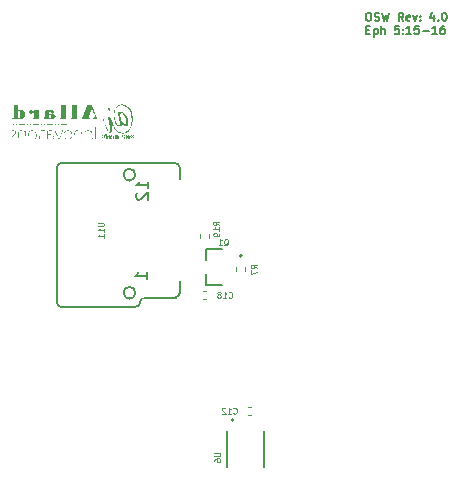
<source format=gbr>
G04 #@! TF.GenerationSoftware,KiCad,Pcbnew,7.0.8-7.0.8~ubuntu22.04.1*
G04 #@! TF.CreationDate,2023-10-27T20:54:45-04:00*
G04 #@! TF.ProjectId,osw,6f73772e-6b69-4636-9164-5f7063625858,4.0*
G04 #@! TF.SameCoordinates,Original*
G04 #@! TF.FileFunction,Legend,Bot*
G04 #@! TF.FilePolarity,Positive*
%FSLAX46Y46*%
G04 Gerber Fmt 4.6, Leading zero omitted, Abs format (unit mm)*
G04 Created by KiCad (PCBNEW 7.0.8-7.0.8~ubuntu22.04.1) date 2023-10-27 20:54:45*
%MOMM*%
%LPD*%
G01*
G04 APERTURE LIST*
%ADD10C,0.175000*%
%ADD11C,0.120000*%
%ADD12C,0.150000*%
%ADD13C,0.127000*%
%ADD14C,0.200000*%
G04 APERTURE END LIST*
D10*
X167615131Y-91078233D02*
X167748464Y-91078233D01*
X167748464Y-91078233D02*
X167815131Y-91111566D01*
X167815131Y-91111566D02*
X167881797Y-91178233D01*
X167881797Y-91178233D02*
X167915131Y-91311566D01*
X167915131Y-91311566D02*
X167915131Y-91544900D01*
X167915131Y-91544900D02*
X167881797Y-91678233D01*
X167881797Y-91678233D02*
X167815131Y-91744900D01*
X167815131Y-91744900D02*
X167748464Y-91778233D01*
X167748464Y-91778233D02*
X167615131Y-91778233D01*
X167615131Y-91778233D02*
X167548464Y-91744900D01*
X167548464Y-91744900D02*
X167481797Y-91678233D01*
X167481797Y-91678233D02*
X167448464Y-91544900D01*
X167448464Y-91544900D02*
X167448464Y-91311566D01*
X167448464Y-91311566D02*
X167481797Y-91178233D01*
X167481797Y-91178233D02*
X167548464Y-91111566D01*
X167548464Y-91111566D02*
X167615131Y-91078233D01*
X168181797Y-91744900D02*
X168281797Y-91778233D01*
X168281797Y-91778233D02*
X168448464Y-91778233D01*
X168448464Y-91778233D02*
X168515130Y-91744900D01*
X168515130Y-91744900D02*
X168548464Y-91711566D01*
X168548464Y-91711566D02*
X168581797Y-91644900D01*
X168581797Y-91644900D02*
X168581797Y-91578233D01*
X168581797Y-91578233D02*
X168548464Y-91511566D01*
X168548464Y-91511566D02*
X168515130Y-91478233D01*
X168515130Y-91478233D02*
X168448464Y-91444900D01*
X168448464Y-91444900D02*
X168315130Y-91411566D01*
X168315130Y-91411566D02*
X168248464Y-91378233D01*
X168248464Y-91378233D02*
X168215130Y-91344900D01*
X168215130Y-91344900D02*
X168181797Y-91278233D01*
X168181797Y-91278233D02*
X168181797Y-91211566D01*
X168181797Y-91211566D02*
X168215130Y-91144900D01*
X168215130Y-91144900D02*
X168248464Y-91111566D01*
X168248464Y-91111566D02*
X168315130Y-91078233D01*
X168315130Y-91078233D02*
X168481797Y-91078233D01*
X168481797Y-91078233D02*
X168581797Y-91111566D01*
X168815131Y-91078233D02*
X168981797Y-91778233D01*
X168981797Y-91778233D02*
X169115131Y-91278233D01*
X169115131Y-91278233D02*
X169248464Y-91778233D01*
X169248464Y-91778233D02*
X169415131Y-91078233D01*
X170615130Y-91778233D02*
X170381797Y-91444900D01*
X170215130Y-91778233D02*
X170215130Y-91078233D01*
X170215130Y-91078233D02*
X170481797Y-91078233D01*
X170481797Y-91078233D02*
X170548464Y-91111566D01*
X170548464Y-91111566D02*
X170581797Y-91144900D01*
X170581797Y-91144900D02*
X170615130Y-91211566D01*
X170615130Y-91211566D02*
X170615130Y-91311566D01*
X170615130Y-91311566D02*
X170581797Y-91378233D01*
X170581797Y-91378233D02*
X170548464Y-91411566D01*
X170548464Y-91411566D02*
X170481797Y-91444900D01*
X170481797Y-91444900D02*
X170215130Y-91444900D01*
X171181797Y-91744900D02*
X171115130Y-91778233D01*
X171115130Y-91778233D02*
X170981797Y-91778233D01*
X170981797Y-91778233D02*
X170915130Y-91744900D01*
X170915130Y-91744900D02*
X170881797Y-91678233D01*
X170881797Y-91678233D02*
X170881797Y-91411566D01*
X170881797Y-91411566D02*
X170915130Y-91344900D01*
X170915130Y-91344900D02*
X170981797Y-91311566D01*
X170981797Y-91311566D02*
X171115130Y-91311566D01*
X171115130Y-91311566D02*
X171181797Y-91344900D01*
X171181797Y-91344900D02*
X171215130Y-91411566D01*
X171215130Y-91411566D02*
X171215130Y-91478233D01*
X171215130Y-91478233D02*
X170881797Y-91544900D01*
X171448464Y-91311566D02*
X171615130Y-91778233D01*
X171615130Y-91778233D02*
X171781797Y-91311566D01*
X172048463Y-91711566D02*
X172081797Y-91744900D01*
X172081797Y-91744900D02*
X172048463Y-91778233D01*
X172048463Y-91778233D02*
X172015130Y-91744900D01*
X172015130Y-91744900D02*
X172048463Y-91711566D01*
X172048463Y-91711566D02*
X172048463Y-91778233D01*
X172048463Y-91344900D02*
X172081797Y-91378233D01*
X172081797Y-91378233D02*
X172048463Y-91411566D01*
X172048463Y-91411566D02*
X172015130Y-91378233D01*
X172015130Y-91378233D02*
X172048463Y-91344900D01*
X172048463Y-91344900D02*
X172048463Y-91411566D01*
X173215129Y-91311566D02*
X173215129Y-91778233D01*
X173048463Y-91044900D02*
X172881796Y-91544900D01*
X172881796Y-91544900D02*
X173315129Y-91544900D01*
X173581796Y-91711566D02*
X173615130Y-91744900D01*
X173615130Y-91744900D02*
X173581796Y-91778233D01*
X173581796Y-91778233D02*
X173548463Y-91744900D01*
X173548463Y-91744900D02*
X173581796Y-91711566D01*
X173581796Y-91711566D02*
X173581796Y-91778233D01*
X174048463Y-91078233D02*
X174115129Y-91078233D01*
X174115129Y-91078233D02*
X174181796Y-91111566D01*
X174181796Y-91111566D02*
X174215129Y-91144900D01*
X174215129Y-91144900D02*
X174248463Y-91211566D01*
X174248463Y-91211566D02*
X174281796Y-91344900D01*
X174281796Y-91344900D02*
X174281796Y-91511566D01*
X174281796Y-91511566D02*
X174248463Y-91644900D01*
X174248463Y-91644900D02*
X174215129Y-91711566D01*
X174215129Y-91711566D02*
X174181796Y-91744900D01*
X174181796Y-91744900D02*
X174115129Y-91778233D01*
X174115129Y-91778233D02*
X174048463Y-91778233D01*
X174048463Y-91778233D02*
X173981796Y-91744900D01*
X173981796Y-91744900D02*
X173948463Y-91711566D01*
X173948463Y-91711566D02*
X173915129Y-91644900D01*
X173915129Y-91644900D02*
X173881796Y-91511566D01*
X173881796Y-91511566D02*
X173881796Y-91344900D01*
X173881796Y-91344900D02*
X173915129Y-91211566D01*
X173915129Y-91211566D02*
X173948463Y-91144900D01*
X173948463Y-91144900D02*
X173981796Y-91111566D01*
X173981796Y-91111566D02*
X174048463Y-91078233D01*
X167481797Y-92538566D02*
X167715131Y-92538566D01*
X167815131Y-92905233D02*
X167481797Y-92905233D01*
X167481797Y-92905233D02*
X167481797Y-92205233D01*
X167481797Y-92205233D02*
X167815131Y-92205233D01*
X168115130Y-92438566D02*
X168115130Y-93138566D01*
X168115130Y-92471900D02*
X168181797Y-92438566D01*
X168181797Y-92438566D02*
X168315130Y-92438566D01*
X168315130Y-92438566D02*
X168381797Y-92471900D01*
X168381797Y-92471900D02*
X168415130Y-92505233D01*
X168415130Y-92505233D02*
X168448464Y-92571900D01*
X168448464Y-92571900D02*
X168448464Y-92771900D01*
X168448464Y-92771900D02*
X168415130Y-92838566D01*
X168415130Y-92838566D02*
X168381797Y-92871900D01*
X168381797Y-92871900D02*
X168315130Y-92905233D01*
X168315130Y-92905233D02*
X168181797Y-92905233D01*
X168181797Y-92905233D02*
X168115130Y-92871900D01*
X168748463Y-92905233D02*
X168748463Y-92205233D01*
X169048463Y-92905233D02*
X169048463Y-92538566D01*
X169048463Y-92538566D02*
X169015130Y-92471900D01*
X169015130Y-92471900D02*
X168948463Y-92438566D01*
X168948463Y-92438566D02*
X168848463Y-92438566D01*
X168848463Y-92438566D02*
X168781797Y-92471900D01*
X168781797Y-92471900D02*
X168748463Y-92505233D01*
X170248463Y-92205233D02*
X169915129Y-92205233D01*
X169915129Y-92205233D02*
X169881796Y-92538566D01*
X169881796Y-92538566D02*
X169915129Y-92505233D01*
X169915129Y-92505233D02*
X169981796Y-92471900D01*
X169981796Y-92471900D02*
X170148463Y-92471900D01*
X170148463Y-92471900D02*
X170215129Y-92505233D01*
X170215129Y-92505233D02*
X170248463Y-92538566D01*
X170248463Y-92538566D02*
X170281796Y-92605233D01*
X170281796Y-92605233D02*
X170281796Y-92771900D01*
X170281796Y-92771900D02*
X170248463Y-92838566D01*
X170248463Y-92838566D02*
X170215129Y-92871900D01*
X170215129Y-92871900D02*
X170148463Y-92905233D01*
X170148463Y-92905233D02*
X169981796Y-92905233D01*
X169981796Y-92905233D02*
X169915129Y-92871900D01*
X169915129Y-92871900D02*
X169881796Y-92838566D01*
X170581796Y-92838566D02*
X170615130Y-92871900D01*
X170615130Y-92871900D02*
X170581796Y-92905233D01*
X170581796Y-92905233D02*
X170548463Y-92871900D01*
X170548463Y-92871900D02*
X170581796Y-92838566D01*
X170581796Y-92838566D02*
X170581796Y-92905233D01*
X170581796Y-92471900D02*
X170615130Y-92505233D01*
X170615130Y-92505233D02*
X170581796Y-92538566D01*
X170581796Y-92538566D02*
X170548463Y-92505233D01*
X170548463Y-92505233D02*
X170581796Y-92471900D01*
X170581796Y-92471900D02*
X170581796Y-92538566D01*
X171281796Y-92905233D02*
X170881796Y-92905233D01*
X171081796Y-92905233D02*
X171081796Y-92205233D01*
X171081796Y-92205233D02*
X171015129Y-92305233D01*
X171015129Y-92305233D02*
X170948463Y-92371900D01*
X170948463Y-92371900D02*
X170881796Y-92405233D01*
X171915130Y-92205233D02*
X171581796Y-92205233D01*
X171581796Y-92205233D02*
X171548463Y-92538566D01*
X171548463Y-92538566D02*
X171581796Y-92505233D01*
X171581796Y-92505233D02*
X171648463Y-92471900D01*
X171648463Y-92471900D02*
X171815130Y-92471900D01*
X171815130Y-92471900D02*
X171881796Y-92505233D01*
X171881796Y-92505233D02*
X171915130Y-92538566D01*
X171915130Y-92538566D02*
X171948463Y-92605233D01*
X171948463Y-92605233D02*
X171948463Y-92771900D01*
X171948463Y-92771900D02*
X171915130Y-92838566D01*
X171915130Y-92838566D02*
X171881796Y-92871900D01*
X171881796Y-92871900D02*
X171815130Y-92905233D01*
X171815130Y-92905233D02*
X171648463Y-92905233D01*
X171648463Y-92905233D02*
X171581796Y-92871900D01*
X171581796Y-92871900D02*
X171548463Y-92838566D01*
X172248463Y-92638566D02*
X172781797Y-92638566D01*
X173481797Y-92905233D02*
X173081797Y-92905233D01*
X173281797Y-92905233D02*
X173281797Y-92205233D01*
X173281797Y-92205233D02*
X173215130Y-92305233D01*
X173215130Y-92305233D02*
X173148464Y-92371900D01*
X173148464Y-92371900D02*
X173081797Y-92405233D01*
X174081797Y-92205233D02*
X173948464Y-92205233D01*
X173948464Y-92205233D02*
X173881797Y-92238566D01*
X173881797Y-92238566D02*
X173848464Y-92271900D01*
X173848464Y-92271900D02*
X173781797Y-92371900D01*
X173781797Y-92371900D02*
X173748464Y-92505233D01*
X173748464Y-92505233D02*
X173748464Y-92771900D01*
X173748464Y-92771900D02*
X173781797Y-92838566D01*
X173781797Y-92838566D02*
X173815131Y-92871900D01*
X173815131Y-92871900D02*
X173881797Y-92905233D01*
X173881797Y-92905233D02*
X174015131Y-92905233D01*
X174015131Y-92905233D02*
X174081797Y-92871900D01*
X174081797Y-92871900D02*
X174115131Y-92838566D01*
X174115131Y-92838566D02*
X174148464Y-92771900D01*
X174148464Y-92771900D02*
X174148464Y-92605233D01*
X174148464Y-92605233D02*
X174115131Y-92538566D01*
X174115131Y-92538566D02*
X174081797Y-92505233D01*
X174081797Y-92505233D02*
X174015131Y-92471900D01*
X174015131Y-92471900D02*
X173881797Y-92471900D01*
X173881797Y-92471900D02*
X173815131Y-92505233D01*
X173815131Y-92505233D02*
X173781797Y-92538566D01*
X173781797Y-92538566D02*
X173748464Y-92605233D01*
D11*
X158225069Y-112716666D02*
X157986974Y-112550000D01*
X158225069Y-112430952D02*
X157725069Y-112430952D01*
X157725069Y-112430952D02*
X157725069Y-112621428D01*
X157725069Y-112621428D02*
X157748879Y-112669047D01*
X157748879Y-112669047D02*
X157772688Y-112692857D01*
X157772688Y-112692857D02*
X157820307Y-112716666D01*
X157820307Y-112716666D02*
X157891736Y-112716666D01*
X157891736Y-112716666D02*
X157939355Y-112692857D01*
X157939355Y-112692857D02*
X157963164Y-112669047D01*
X157963164Y-112669047D02*
X157986974Y-112621428D01*
X157986974Y-112621428D02*
X157986974Y-112430952D01*
X157725069Y-112883333D02*
X157725069Y-113216666D01*
X157725069Y-113216666D02*
X158225069Y-113002381D01*
X144750069Y-108880952D02*
X145154831Y-108880952D01*
X145154831Y-108880952D02*
X145202450Y-108904762D01*
X145202450Y-108904762D02*
X145226260Y-108928571D01*
X145226260Y-108928571D02*
X145250069Y-108976190D01*
X145250069Y-108976190D02*
X145250069Y-109071428D01*
X145250069Y-109071428D02*
X145226260Y-109119047D01*
X145226260Y-109119047D02*
X145202450Y-109142857D01*
X145202450Y-109142857D02*
X145154831Y-109166666D01*
X145154831Y-109166666D02*
X144750069Y-109166666D01*
X145250069Y-109666667D02*
X145250069Y-109380953D01*
X145250069Y-109523810D02*
X144750069Y-109523810D01*
X144750069Y-109523810D02*
X144821498Y-109476191D01*
X144821498Y-109476191D02*
X144869117Y-109428572D01*
X144869117Y-109428572D02*
X144892926Y-109380953D01*
X145250069Y-110142857D02*
X145250069Y-109857143D01*
X145250069Y-110000000D02*
X144750069Y-110000000D01*
X144750069Y-110000000D02*
X144821498Y-109952381D01*
X144821498Y-109952381D02*
X144869117Y-109904762D01*
X144869117Y-109904762D02*
X144892926Y-109857143D01*
D12*
X148929819Y-113635714D02*
X148929819Y-113064286D01*
X148929819Y-113350000D02*
X147929819Y-113350000D01*
X147929819Y-113350000D02*
X148072676Y-113254762D01*
X148072676Y-113254762D02*
X148167914Y-113159524D01*
X148167914Y-113159524D02*
X148215533Y-113064286D01*
X148979819Y-105959523D02*
X148979819Y-105388095D01*
X148979819Y-105673809D02*
X147979819Y-105673809D01*
X147979819Y-105673809D02*
X148122676Y-105578571D01*
X148122676Y-105578571D02*
X148217914Y-105483333D01*
X148217914Y-105483333D02*
X148265533Y-105388095D01*
X148075057Y-106340476D02*
X148027438Y-106388095D01*
X148027438Y-106388095D02*
X147979819Y-106483333D01*
X147979819Y-106483333D02*
X147979819Y-106721428D01*
X147979819Y-106721428D02*
X148027438Y-106816666D01*
X148027438Y-106816666D02*
X148075057Y-106864285D01*
X148075057Y-106864285D02*
X148170295Y-106911904D01*
X148170295Y-106911904D02*
X148265533Y-106911904D01*
X148265533Y-106911904D02*
X148408390Y-106864285D01*
X148408390Y-106864285D02*
X148979819Y-106292857D01*
X148979819Y-106292857D02*
X148979819Y-106911904D01*
D11*
X155025069Y-109078571D02*
X154786974Y-108911905D01*
X155025069Y-108792857D02*
X154525069Y-108792857D01*
X154525069Y-108792857D02*
X154525069Y-108983333D01*
X154525069Y-108983333D02*
X154548879Y-109030952D01*
X154548879Y-109030952D02*
X154572688Y-109054762D01*
X154572688Y-109054762D02*
X154620307Y-109078571D01*
X154620307Y-109078571D02*
X154691736Y-109078571D01*
X154691736Y-109078571D02*
X154739355Y-109054762D01*
X154739355Y-109054762D02*
X154763164Y-109030952D01*
X154763164Y-109030952D02*
X154786974Y-108983333D01*
X154786974Y-108983333D02*
X154786974Y-108792857D01*
X155025069Y-109554762D02*
X155025069Y-109269048D01*
X155025069Y-109411905D02*
X154525069Y-109411905D01*
X154525069Y-109411905D02*
X154596498Y-109364286D01*
X154596498Y-109364286D02*
X154644117Y-109316667D01*
X154644117Y-109316667D02*
X154667926Y-109269048D01*
X155025069Y-109792857D02*
X155025069Y-109888095D01*
X155025069Y-109888095D02*
X155001260Y-109935714D01*
X155001260Y-109935714D02*
X154977450Y-109959523D01*
X154977450Y-109959523D02*
X154906021Y-110007142D01*
X154906021Y-110007142D02*
X154810783Y-110030952D01*
X154810783Y-110030952D02*
X154620307Y-110030952D01*
X154620307Y-110030952D02*
X154572688Y-110007142D01*
X154572688Y-110007142D02*
X154548879Y-109983333D01*
X154548879Y-109983333D02*
X154525069Y-109935714D01*
X154525069Y-109935714D02*
X154525069Y-109840476D01*
X154525069Y-109840476D02*
X154548879Y-109792857D01*
X154548879Y-109792857D02*
X154572688Y-109769047D01*
X154572688Y-109769047D02*
X154620307Y-109745238D01*
X154620307Y-109745238D02*
X154739355Y-109745238D01*
X154739355Y-109745238D02*
X154786974Y-109769047D01*
X154786974Y-109769047D02*
X154810783Y-109792857D01*
X154810783Y-109792857D02*
X154834593Y-109840476D01*
X154834593Y-109840476D02*
X154834593Y-109935714D01*
X154834593Y-109935714D02*
X154810783Y-109983333D01*
X154810783Y-109983333D02*
X154786974Y-110007142D01*
X154786974Y-110007142D02*
X154739355Y-110030952D01*
X155435119Y-110772688D02*
X155482738Y-110748879D01*
X155482738Y-110748879D02*
X155530357Y-110701260D01*
X155530357Y-110701260D02*
X155601785Y-110629831D01*
X155601785Y-110629831D02*
X155649404Y-110606021D01*
X155649404Y-110606021D02*
X155697023Y-110606021D01*
X155673214Y-110725069D02*
X155720833Y-110701260D01*
X155720833Y-110701260D02*
X155768452Y-110653640D01*
X155768452Y-110653640D02*
X155792261Y-110558402D01*
X155792261Y-110558402D02*
X155792261Y-110391736D01*
X155792261Y-110391736D02*
X155768452Y-110296498D01*
X155768452Y-110296498D02*
X155720833Y-110248879D01*
X155720833Y-110248879D02*
X155673214Y-110225069D01*
X155673214Y-110225069D02*
X155577976Y-110225069D01*
X155577976Y-110225069D02*
X155530357Y-110248879D01*
X155530357Y-110248879D02*
X155482738Y-110296498D01*
X155482738Y-110296498D02*
X155458928Y-110391736D01*
X155458928Y-110391736D02*
X155458928Y-110558402D01*
X155458928Y-110558402D02*
X155482738Y-110653640D01*
X155482738Y-110653640D02*
X155530357Y-110701260D01*
X155530357Y-110701260D02*
X155577976Y-110725069D01*
X155577976Y-110725069D02*
X155673214Y-110725069D01*
X154982737Y-110725069D02*
X155268451Y-110725069D01*
X155125594Y-110725069D02*
X155125594Y-110225069D01*
X155125594Y-110225069D02*
X155173213Y-110296498D01*
X155173213Y-110296498D02*
X155220832Y-110344117D01*
X155220832Y-110344117D02*
X155268451Y-110367926D01*
X154615069Y-128329047D02*
X155019831Y-128329047D01*
X155019831Y-128329047D02*
X155067450Y-128352857D01*
X155067450Y-128352857D02*
X155091260Y-128376666D01*
X155091260Y-128376666D02*
X155115069Y-128424285D01*
X155115069Y-128424285D02*
X155115069Y-128519523D01*
X155115069Y-128519523D02*
X155091260Y-128567142D01*
X155091260Y-128567142D02*
X155067450Y-128590952D01*
X155067450Y-128590952D02*
X155019831Y-128614761D01*
X155019831Y-128614761D02*
X154615069Y-128614761D01*
X154615069Y-129067143D02*
X154615069Y-128971905D01*
X154615069Y-128971905D02*
X154638879Y-128924286D01*
X154638879Y-128924286D02*
X154662688Y-128900476D01*
X154662688Y-128900476D02*
X154734117Y-128852857D01*
X154734117Y-128852857D02*
X154829355Y-128829048D01*
X154829355Y-128829048D02*
X155019831Y-128829048D01*
X155019831Y-128829048D02*
X155067450Y-128852857D01*
X155067450Y-128852857D02*
X155091260Y-128876667D01*
X155091260Y-128876667D02*
X155115069Y-128924286D01*
X155115069Y-128924286D02*
X155115069Y-129019524D01*
X155115069Y-129019524D02*
X155091260Y-129067143D01*
X155091260Y-129067143D02*
X155067450Y-129090952D01*
X155067450Y-129090952D02*
X155019831Y-129114762D01*
X155019831Y-129114762D02*
X154900783Y-129114762D01*
X154900783Y-129114762D02*
X154853164Y-129090952D01*
X154853164Y-129090952D02*
X154829355Y-129067143D01*
X154829355Y-129067143D02*
X154805545Y-129019524D01*
X154805545Y-129019524D02*
X154805545Y-128924286D01*
X154805545Y-128924286D02*
X154829355Y-128876667D01*
X154829355Y-128876667D02*
X154853164Y-128852857D01*
X154853164Y-128852857D02*
X154900783Y-128829048D01*
X156221428Y-124977450D02*
X156245237Y-125001260D01*
X156245237Y-125001260D02*
X156316666Y-125025069D01*
X156316666Y-125025069D02*
X156364285Y-125025069D01*
X156364285Y-125025069D02*
X156435713Y-125001260D01*
X156435713Y-125001260D02*
X156483332Y-124953640D01*
X156483332Y-124953640D02*
X156507142Y-124906021D01*
X156507142Y-124906021D02*
X156530951Y-124810783D01*
X156530951Y-124810783D02*
X156530951Y-124739355D01*
X156530951Y-124739355D02*
X156507142Y-124644117D01*
X156507142Y-124644117D02*
X156483332Y-124596498D01*
X156483332Y-124596498D02*
X156435713Y-124548879D01*
X156435713Y-124548879D02*
X156364285Y-124525069D01*
X156364285Y-124525069D02*
X156316666Y-124525069D01*
X156316666Y-124525069D02*
X156245237Y-124548879D01*
X156245237Y-124548879D02*
X156221428Y-124572688D01*
X155745237Y-125025069D02*
X156030951Y-125025069D01*
X155888094Y-125025069D02*
X155888094Y-124525069D01*
X155888094Y-124525069D02*
X155935713Y-124596498D01*
X155935713Y-124596498D02*
X155983332Y-124644117D01*
X155983332Y-124644117D02*
X156030951Y-124667926D01*
X155554761Y-124572688D02*
X155530952Y-124548879D01*
X155530952Y-124548879D02*
X155483333Y-124525069D01*
X155483333Y-124525069D02*
X155364285Y-124525069D01*
X155364285Y-124525069D02*
X155316666Y-124548879D01*
X155316666Y-124548879D02*
X155292857Y-124572688D01*
X155292857Y-124572688D02*
X155269047Y-124620307D01*
X155269047Y-124620307D02*
X155269047Y-124667926D01*
X155269047Y-124667926D02*
X155292857Y-124739355D01*
X155292857Y-124739355D02*
X155578571Y-125025069D01*
X155578571Y-125025069D02*
X155269047Y-125025069D01*
X155821428Y-115177450D02*
X155845237Y-115201260D01*
X155845237Y-115201260D02*
X155916666Y-115225069D01*
X155916666Y-115225069D02*
X155964285Y-115225069D01*
X155964285Y-115225069D02*
X156035713Y-115201260D01*
X156035713Y-115201260D02*
X156083332Y-115153640D01*
X156083332Y-115153640D02*
X156107142Y-115106021D01*
X156107142Y-115106021D02*
X156130951Y-115010783D01*
X156130951Y-115010783D02*
X156130951Y-114939355D01*
X156130951Y-114939355D02*
X156107142Y-114844117D01*
X156107142Y-114844117D02*
X156083332Y-114796498D01*
X156083332Y-114796498D02*
X156035713Y-114748879D01*
X156035713Y-114748879D02*
X155964285Y-114725069D01*
X155964285Y-114725069D02*
X155916666Y-114725069D01*
X155916666Y-114725069D02*
X155845237Y-114748879D01*
X155845237Y-114748879D02*
X155821428Y-114772688D01*
X155345237Y-115225069D02*
X155630951Y-115225069D01*
X155488094Y-115225069D02*
X155488094Y-114725069D01*
X155488094Y-114725069D02*
X155535713Y-114796498D01*
X155535713Y-114796498D02*
X155583332Y-114844117D01*
X155583332Y-114844117D02*
X155630951Y-114867926D01*
X155059523Y-114939355D02*
X155107142Y-114915545D01*
X155107142Y-114915545D02*
X155130952Y-114891736D01*
X155130952Y-114891736D02*
X155154761Y-114844117D01*
X155154761Y-114844117D02*
X155154761Y-114820307D01*
X155154761Y-114820307D02*
X155130952Y-114772688D01*
X155130952Y-114772688D02*
X155107142Y-114748879D01*
X155107142Y-114748879D02*
X155059523Y-114725069D01*
X155059523Y-114725069D02*
X154964285Y-114725069D01*
X154964285Y-114725069D02*
X154916666Y-114748879D01*
X154916666Y-114748879D02*
X154892857Y-114772688D01*
X154892857Y-114772688D02*
X154869047Y-114820307D01*
X154869047Y-114820307D02*
X154869047Y-114844117D01*
X154869047Y-114844117D02*
X154892857Y-114891736D01*
X154892857Y-114891736D02*
X154916666Y-114915545D01*
X154916666Y-114915545D02*
X154964285Y-114939355D01*
X154964285Y-114939355D02*
X155059523Y-114939355D01*
X155059523Y-114939355D02*
X155107142Y-114963164D01*
X155107142Y-114963164D02*
X155130952Y-114986974D01*
X155130952Y-114986974D02*
X155154761Y-115034593D01*
X155154761Y-115034593D02*
X155154761Y-115129831D01*
X155154761Y-115129831D02*
X155130952Y-115177450D01*
X155130952Y-115177450D02*
X155107142Y-115201260D01*
X155107142Y-115201260D02*
X155059523Y-115225069D01*
X155059523Y-115225069D02*
X154964285Y-115225069D01*
X154964285Y-115225069D02*
X154916666Y-115201260D01*
X154916666Y-115201260D02*
X154892857Y-115177450D01*
X154892857Y-115177450D02*
X154869047Y-115129831D01*
X154869047Y-115129831D02*
X154869047Y-115034593D01*
X154869047Y-115034593D02*
X154892857Y-114986974D01*
X154892857Y-114986974D02*
X154916666Y-114963164D01*
X154916666Y-114963164D02*
X154964285Y-114939355D01*
X157180000Y-112646359D02*
X157180000Y-112953641D01*
X156420000Y-112646359D02*
X156420000Y-112953641D01*
D12*
X141675000Y-103800000D02*
X151275000Y-103800000D01*
X151675000Y-104200000D02*
X151675000Y-105200000D01*
X151675000Y-113800000D02*
X151675000Y-114800000D01*
X148725000Y-115200000D02*
X151325000Y-115200000D01*
X141275000Y-115600000D02*
X141275000Y-104200000D01*
X141675000Y-116000000D02*
X147925000Y-116000000D01*
X151675000Y-104200000D02*
G75*
G03*
X151275000Y-103800000I-399999J1D01*
G01*
X141675000Y-103800000D02*
G75*
G03*
X141275000Y-104200000I-1J-399999D01*
G01*
X151275000Y-115200000D02*
G75*
G03*
X151675000Y-114800000I0J400000D01*
G01*
X148725000Y-115200000D02*
G75*
G03*
X148325000Y-115600000I0J-400000D01*
G01*
X147925000Y-116000000D02*
G75*
G03*
X148325000Y-115600000I0J400000D01*
G01*
X141275000Y-115600000D02*
G75*
G03*
X141675000Y-116000000I400000J0D01*
G01*
X147925000Y-104800000D02*
G75*
G03*
X147925000Y-104800000I-500000J0D01*
G01*
X147925000Y-114800000D02*
G75*
G03*
X147925000Y-114800000I-500000J0D01*
G01*
D11*
X154180000Y-109846359D02*
X154180000Y-110153641D01*
X153420000Y-109846359D02*
X153420000Y-110153641D01*
D13*
X155245000Y-114150000D02*
X153930000Y-114150000D01*
X155245000Y-111050000D02*
X153930000Y-111050000D01*
X153930000Y-114150000D02*
X153930000Y-113200000D01*
X153930000Y-111050000D02*
X153930000Y-112000000D01*
D14*
X156937500Y-111650000D02*
G75*
G03*
X156937500Y-111650000I-100000J0D01*
G01*
D13*
X158845000Y-126535000D02*
X158845000Y-129535000D01*
X155705000Y-126535000D02*
X155705000Y-129535000D01*
D14*
X156250000Y-125560000D02*
G75*
G03*
X156250000Y-125560000I-100000J0D01*
G01*
D11*
X157492164Y-124440000D02*
X157707836Y-124440000D01*
X157492164Y-125160000D02*
X157707836Y-125160000D01*
G36*
X139783334Y-100583333D02*
G01*
X139283334Y-100583333D01*
X139283334Y-100500000D01*
X139783334Y-100500000D01*
X139783334Y-100583333D01*
G37*
G36*
X143592188Y-100475660D02*
G01*
X143600000Y-100508333D01*
X143592806Y-100540234D01*
X143566667Y-100550000D01*
X143541146Y-100541007D01*
X143533334Y-100508333D01*
X143540528Y-100476432D01*
X143566667Y-100466667D01*
X143592188Y-100475660D01*
G37*
G36*
X142654882Y-100488811D02*
G01*
X142666667Y-100516667D01*
X142661189Y-100538215D01*
X142633334Y-100550000D01*
X142611786Y-100544522D01*
X142600000Y-100516667D01*
X142605479Y-100495118D01*
X142633334Y-100483333D01*
X142654882Y-100488811D01*
G37*
G36*
X142404882Y-100488811D02*
G01*
X142416667Y-100516667D01*
X142411189Y-100538215D01*
X142383334Y-100550000D01*
X142361786Y-100544522D01*
X142350000Y-100516667D01*
X142355479Y-100495118D01*
X142383334Y-100483333D01*
X142404882Y-100488811D01*
G37*
G36*
X141204882Y-100505478D02*
G01*
X141216667Y-100533333D01*
X141211189Y-100554881D01*
X141183334Y-100566667D01*
X141161786Y-100561188D01*
X141150000Y-100533333D01*
X141155479Y-100511785D01*
X141183334Y-100500000D01*
X141204882Y-100505478D01*
G37*
G36*
X140271549Y-100505478D02*
G01*
X140283334Y-100533333D01*
X140277856Y-100554881D01*
X140250000Y-100566667D01*
X140228452Y-100561188D01*
X140216667Y-100533333D01*
X140222145Y-100511785D01*
X140250000Y-100500000D01*
X140271549Y-100505478D01*
G37*
G36*
X140021549Y-100505478D02*
G01*
X140033334Y-100533333D01*
X140027856Y-100554881D01*
X140000000Y-100566667D01*
X139978452Y-100561188D01*
X139966667Y-100533333D01*
X139972145Y-100511785D01*
X140000000Y-100500000D01*
X140021549Y-100505478D01*
G37*
G36*
X139788215Y-100788811D02*
G01*
X139800000Y-100816667D01*
X139794522Y-100838215D01*
X139766667Y-100850000D01*
X139745119Y-100844522D01*
X139733334Y-100816667D01*
X139738812Y-100795118D01*
X139766667Y-100783333D01*
X139788215Y-100788811D01*
G37*
G36*
X139088215Y-100522145D02*
G01*
X139100000Y-100550000D01*
X139094522Y-100571548D01*
X139066667Y-100583333D01*
X139045119Y-100577855D01*
X139033334Y-100550000D01*
X139038812Y-100528452D01*
X139066667Y-100516667D01*
X139088215Y-100522145D01*
G37*
G36*
X138838215Y-100522145D02*
G01*
X138850000Y-100550000D01*
X138844522Y-100571548D01*
X138816667Y-100583333D01*
X138795119Y-100577855D01*
X138783334Y-100550000D01*
X138788812Y-100528452D01*
X138816667Y-100516667D01*
X138838215Y-100522145D01*
G37*
G36*
X143817285Y-100466672D02*
G01*
X143842637Y-100480169D01*
X143851400Y-100509316D01*
X143838889Y-100538889D01*
X143817654Y-100550645D01*
X143793594Y-100541171D01*
X143783334Y-100508333D01*
X143790528Y-100476432D01*
X143816667Y-100466667D01*
X143817285Y-100466672D01*
G37*
G36*
X137887577Y-100518841D02*
G01*
X137911048Y-100540490D01*
X137909802Y-100577184D01*
X137907308Y-100582659D01*
X137887872Y-100596614D01*
X137866442Y-100585255D01*
X137853008Y-100552861D01*
X137853884Y-100529665D01*
X137872858Y-100516667D01*
X137887577Y-100518841D01*
G37*
G36*
X137637509Y-100518658D02*
G01*
X137660961Y-100540054D01*
X137660334Y-100575798D01*
X137655022Y-100586233D01*
X137632456Y-100600635D01*
X137610115Y-100590177D01*
X137600000Y-100558333D01*
X137604968Y-100531185D01*
X137624017Y-100516667D01*
X137637509Y-100518658D01*
G37*
G36*
X141460908Y-100492676D02*
G01*
X141466667Y-100525000D01*
X141466617Y-100529555D01*
X141459607Y-100559041D01*
X141437500Y-100563494D01*
X141420976Y-100554487D01*
X141408334Y-100525000D01*
X141413501Y-100505379D01*
X141437500Y-100486506D01*
X141440519Y-100486001D01*
X141460908Y-100492676D01*
G37*
G36*
X145708869Y-99168287D02*
G01*
X145749497Y-99185368D01*
X145780839Y-99228071D01*
X145791351Y-99251430D01*
X145797502Y-99305638D01*
X145772417Y-99352854D01*
X145770043Y-99355439D01*
X145738220Y-99379200D01*
X145704833Y-99377096D01*
X145660581Y-99348790D01*
X145659094Y-99347598D01*
X145628639Y-99307484D01*
X145617739Y-99259915D01*
X145624966Y-99214335D01*
X145648891Y-99180189D01*
X145688087Y-99166922D01*
X145708869Y-99168287D01*
G37*
G36*
X145403253Y-101396586D02*
G01*
X145410075Y-101412443D01*
X145399877Y-101440193D01*
X145367912Y-101484278D01*
X145313092Y-101552494D01*
X145364880Y-101616936D01*
X145386806Y-101645245D01*
X145410988Y-101684238D01*
X145413482Y-101708169D01*
X145395834Y-101722295D01*
X145387614Y-101725628D01*
X145372253Y-101732017D01*
X145363192Y-101722103D01*
X145339581Y-101691839D01*
X145306966Y-101648137D01*
X145244427Y-101562941D01*
X145274359Y-101507360D01*
X145306687Y-101456015D01*
X145344451Y-101413619D01*
X145378389Y-101392306D01*
X145403253Y-101396586D01*
G37*
G36*
X147825932Y-101402724D02*
G01*
X147817564Y-101434215D01*
X147785920Y-101487907D01*
X147734841Y-101562149D01*
X147785280Y-101630736D01*
X147802776Y-101656676D01*
X147822088Y-101694406D01*
X147825082Y-101716534D01*
X147817331Y-101723167D01*
X147791960Y-101721040D01*
X147768161Y-101700962D01*
X147735382Y-101664547D01*
X147702386Y-101622306D01*
X147676931Y-101584204D01*
X147666775Y-101560208D01*
X147674843Y-101542192D01*
X147699775Y-101506012D01*
X147735677Y-101461402D01*
X147739909Y-101456514D01*
X147784251Y-101412368D01*
X147813876Y-101394940D01*
X147825932Y-101402724D01*
G37*
G36*
X145215903Y-101392850D02*
G01*
X145221279Y-101403511D01*
X145213744Y-101432892D01*
X145183579Y-101480350D01*
X145133125Y-101550000D01*
X145182926Y-101618749D01*
X145200288Y-101644547D01*
X145219905Y-101681414D01*
X145223714Y-101702082D01*
X145220103Y-101706420D01*
X145194250Y-101716667D01*
X145190540Y-101715996D01*
X145165671Y-101698072D01*
X145133458Y-101662931D01*
X145101342Y-101620268D01*
X145076764Y-101579772D01*
X145067165Y-101551137D01*
X145073703Y-101532635D01*
X145097529Y-101494637D01*
X145132717Y-101450000D01*
X145167414Y-101412863D01*
X145197395Y-101390656D01*
X145215903Y-101392850D01*
G37*
G36*
X147637516Y-101397515D02*
G01*
X147643351Y-101409668D01*
X147634642Y-101437612D01*
X147603032Y-101482054D01*
X147584118Y-101506271D01*
X147559597Y-101540507D01*
X147550000Y-101558333D01*
X147553150Y-101565778D01*
X147571847Y-101593901D01*
X147601769Y-101633040D01*
X147618944Y-101656370D01*
X147639297Y-101693161D01*
X147642452Y-101715396D01*
X147634593Y-101725611D01*
X147615826Y-101730944D01*
X147589728Y-101712727D01*
X147551401Y-101668435D01*
X147518999Y-101620286D01*
X147501486Y-101561575D01*
X147514929Y-101504877D01*
X147559564Y-101443650D01*
X147590475Y-101412451D01*
X147619088Y-101393372D01*
X147637516Y-101397515D01*
G37*
G36*
X147256516Y-101474955D02*
G01*
X147265960Y-101512300D01*
X147262976Y-101578699D01*
X147247532Y-101673056D01*
X147240459Y-101706146D01*
X147228545Y-101745038D01*
X147214445Y-101761754D01*
X147193982Y-101763336D01*
X147187538Y-101761988D01*
X147168103Y-101748560D01*
X147153138Y-101716421D01*
X147138844Y-101658333D01*
X147124193Y-101578398D01*
X147118143Y-101514814D01*
X147123441Y-101478326D01*
X147140103Y-101466667D01*
X147145720Y-101467990D01*
X147162749Y-101493758D01*
X147175295Y-101552143D01*
X147180299Y-101580754D01*
X147191865Y-101612578D01*
X147203526Y-101613590D01*
X147212602Y-101585287D01*
X147216412Y-101529167D01*
X147216660Y-101517250D01*
X147223677Y-101478571D01*
X147241667Y-101466667D01*
X147256516Y-101474955D01*
G37*
G36*
X143331486Y-100482002D02*
G01*
X143346993Y-100512500D01*
X143348210Y-100523271D01*
X143345889Y-100534522D01*
X143334496Y-100542068D01*
X143309179Y-100546648D01*
X143265085Y-100549004D01*
X143197363Y-100549874D01*
X143101160Y-100550000D01*
X143056975Y-100549973D01*
X142973148Y-100549471D01*
X142915640Y-100547824D01*
X142879512Y-100544375D01*
X142859823Y-100538470D01*
X142851633Y-100529452D01*
X142850000Y-100516667D01*
X142851441Y-100504332D01*
X142859665Y-100494483D01*
X142879992Y-100488065D01*
X142917730Y-100484195D01*
X142978186Y-100481986D01*
X143066667Y-100480555D01*
X143077581Y-100480414D01*
X143160589Y-100479256D01*
X143232310Y-100478117D01*
X143285397Y-100477119D01*
X143312500Y-100476389D01*
X143331486Y-100482002D01*
G37*
G36*
X144325805Y-100466691D02*
G01*
X144409849Y-100467184D01*
X144467508Y-100468820D01*
X144503734Y-100472259D01*
X144523480Y-100478162D01*
X144531696Y-100487189D01*
X144533334Y-100500000D01*
X144533148Y-100505663D01*
X144529453Y-100516868D01*
X144517184Y-100524556D01*
X144491390Y-100529387D01*
X144447118Y-100532019D01*
X144379416Y-100533115D01*
X144283334Y-100533333D01*
X144240862Y-100533308D01*
X144156819Y-100532816D01*
X144099160Y-100531180D01*
X144062933Y-100527741D01*
X144043188Y-100521838D01*
X144034972Y-100512811D01*
X144033334Y-100500000D01*
X144033520Y-100494337D01*
X144037215Y-100483131D01*
X144049483Y-100475443D01*
X144075278Y-100470613D01*
X144119550Y-100467980D01*
X144187252Y-100466885D01*
X144283334Y-100466667D01*
X144325805Y-100466691D01*
G37*
G36*
X142103100Y-100485855D02*
G01*
X142138281Y-100488680D01*
X142157327Y-100494227D01*
X142165151Y-100503051D01*
X142166667Y-100515703D01*
X142166179Y-100523777D01*
X142160380Y-100535527D01*
X142143511Y-100543379D01*
X142110006Y-100548437D01*
X142054302Y-100551806D01*
X141970834Y-100554592D01*
X141920997Y-100556019D01*
X141824667Y-100558502D01*
X141755341Y-100559380D01*
X141708576Y-100558235D01*
X141679934Y-100554644D01*
X141664974Y-100548189D01*
X141659254Y-100538447D01*
X141658334Y-100525000D01*
X141658555Y-100519172D01*
X141662522Y-100508014D01*
X141675291Y-100500155D01*
X141701767Y-100494862D01*
X141746857Y-100491405D01*
X141815466Y-100489050D01*
X141912500Y-100487066D01*
X141964680Y-100486157D01*
X142046871Y-100485198D01*
X142103100Y-100485855D01*
G37*
G36*
X140759139Y-100500025D02*
G01*
X140843182Y-100500517D01*
X140900841Y-100502153D01*
X140937068Y-100505592D01*
X140956813Y-100511495D01*
X140965029Y-100520522D01*
X140966667Y-100533333D01*
X140966481Y-100538996D01*
X140962786Y-100550202D01*
X140950518Y-100557890D01*
X140924723Y-100562720D01*
X140880451Y-100565353D01*
X140812749Y-100566448D01*
X140716667Y-100566667D01*
X140674196Y-100566642D01*
X140590152Y-100566149D01*
X140532493Y-100564513D01*
X140496267Y-100561074D01*
X140476521Y-100555171D01*
X140468305Y-100546144D01*
X140466667Y-100533333D01*
X140466853Y-100527670D01*
X140470548Y-100516465D01*
X140482817Y-100508777D01*
X140508611Y-100503946D01*
X140552883Y-100501314D01*
X140620585Y-100500218D01*
X140716667Y-100500000D01*
X140759139Y-100500025D01*
G37*
G36*
X138392472Y-100516691D02*
G01*
X138476515Y-100517184D01*
X138534175Y-100518820D01*
X138570401Y-100522259D01*
X138590146Y-100528162D01*
X138598362Y-100537189D01*
X138600000Y-100550000D01*
X138599814Y-100555663D01*
X138596120Y-100566868D01*
X138583851Y-100574556D01*
X138558056Y-100579387D01*
X138513784Y-100582019D01*
X138446083Y-100583115D01*
X138350000Y-100583333D01*
X138307529Y-100583308D01*
X138223486Y-100582816D01*
X138165826Y-100581180D01*
X138129600Y-100577741D01*
X138109855Y-100571838D01*
X138101639Y-100562811D01*
X138100000Y-100550000D01*
X138100187Y-100544337D01*
X138103881Y-100533131D01*
X138116150Y-100525443D01*
X138141945Y-100520613D01*
X138186217Y-100517980D01*
X138253918Y-100516885D01*
X138350000Y-100516667D01*
X138392472Y-100516691D01*
G37*
G36*
X146041307Y-101474822D02*
G01*
X146050000Y-101508333D01*
X146054894Y-101535511D01*
X146075000Y-101550000D01*
X146091517Y-101541536D01*
X146100000Y-101507111D01*
X146106057Y-101475711D01*
X146127115Y-101469611D01*
X146128730Y-101469954D01*
X146139537Y-101474932D01*
X146146844Y-101487507D01*
X146151150Y-101512824D01*
X146152953Y-101556027D01*
X146152751Y-101622260D01*
X146151042Y-101716667D01*
X146150826Y-101724479D01*
X146145856Y-101752904D01*
X146127287Y-101764473D01*
X146085278Y-101766667D01*
X146074835Y-101766536D01*
X146041331Y-101761903D01*
X146019669Y-101746473D01*
X146007299Y-101714624D01*
X146001669Y-101660729D01*
X146000228Y-101579167D01*
X146000440Y-101548208D01*
X146003493Y-101498779D01*
X146011225Y-101473663D01*
X146025000Y-101466667D01*
X146041307Y-101474822D01*
G37*
G36*
X139774750Y-101050626D02*
G01*
X139782548Y-101059953D01*
X139788860Y-101083456D01*
X139794080Y-101124964D01*
X139798603Y-101188309D01*
X139802824Y-101277322D01*
X139807140Y-101395833D01*
X139808043Y-101422223D01*
X139812015Y-101525818D01*
X139816201Y-101617937D01*
X139820311Y-101693121D01*
X139824053Y-101745906D01*
X139827136Y-101770833D01*
X139828440Y-101788241D01*
X139811135Y-101800000D01*
X139802082Y-101795894D01*
X139793562Y-101777375D01*
X139786966Y-101739597D01*
X139781527Y-101677868D01*
X139776480Y-101587500D01*
X139772643Y-101509519D01*
X139767105Y-101401479D01*
X139761569Y-101297620D01*
X139756800Y-101212500D01*
X139754869Y-101177365D01*
X139752657Y-101113235D01*
X139754347Y-101074368D01*
X139760446Y-101055158D01*
X139771458Y-101050000D01*
X139774750Y-101050626D01*
G37*
G36*
X145783334Y-101611898D02*
G01*
X145783300Y-101629746D01*
X145781941Y-101698100D01*
X145777934Y-101739948D01*
X145770368Y-101760926D01*
X145758334Y-101766667D01*
X145744091Y-101759764D01*
X145735728Y-101732378D01*
X145733334Y-101678185D01*
X145732630Y-101654296D01*
X145724358Y-101595801D01*
X145708864Y-101557352D01*
X145697631Y-101543036D01*
X145686466Y-101535484D01*
X145683864Y-101554167D01*
X145676002Y-101580357D01*
X145658625Y-101584119D01*
X145641239Y-101567529D01*
X145633334Y-101534317D01*
X145633604Y-101523380D01*
X145642034Y-101491667D01*
X145716667Y-101491667D01*
X145725000Y-101500000D01*
X145733334Y-101491667D01*
X145725000Y-101483333D01*
X145716667Y-101491667D01*
X145642034Y-101491667D01*
X145643631Y-101485658D01*
X145672954Y-101465929D01*
X145728162Y-101458961D01*
X145783334Y-101457130D01*
X145783334Y-101491667D01*
X145783334Y-101611898D01*
G37*
G36*
X146900000Y-101615708D02*
G01*
X146899984Y-101628015D01*
X146898714Y-101697201D01*
X146894755Y-101739582D01*
X146887164Y-101760843D01*
X146875000Y-101766667D01*
X146860758Y-101759764D01*
X146852395Y-101732378D01*
X146850000Y-101678185D01*
X146849296Y-101654296D01*
X146841025Y-101595801D01*
X146825531Y-101557352D01*
X146814298Y-101543036D01*
X146803132Y-101535484D01*
X146800531Y-101554167D01*
X146796233Y-101569676D01*
X146773945Y-101583333D01*
X146768190Y-101582837D01*
X146753860Y-101568423D01*
X146753111Y-101529167D01*
X146754649Y-101515190D01*
X146761684Y-101491667D01*
X146833334Y-101491667D01*
X146841667Y-101500000D01*
X146850000Y-101491667D01*
X146841667Y-101483333D01*
X146833334Y-101491667D01*
X146761684Y-101491667D01*
X146762874Y-101487687D01*
X146784371Y-101475188D01*
X146829167Y-101469875D01*
X146900000Y-101464750D01*
X146900000Y-101491667D01*
X146900000Y-101615708D01*
G37*
G36*
X146333334Y-101616667D02*
G01*
X146333321Y-101627567D01*
X146332074Y-101696968D01*
X146328127Y-101739487D01*
X146320530Y-101760821D01*
X146308334Y-101766667D01*
X146302945Y-101765961D01*
X146291083Y-101753240D01*
X146285029Y-101719768D01*
X146283334Y-101659317D01*
X146283087Y-101639483D01*
X146278598Y-101581888D01*
X146269548Y-101547060D01*
X146257349Y-101538521D01*
X146243414Y-101559792D01*
X146239710Y-101575791D01*
X146235125Y-101620464D01*
X146233334Y-101676363D01*
X146231262Y-101729156D01*
X146223509Y-101758335D01*
X146208334Y-101766667D01*
X146201457Y-101765431D01*
X146190501Y-101751245D01*
X146184991Y-101716221D01*
X146183561Y-101654167D01*
X146183667Y-101631042D01*
X146185909Y-101556869D01*
X146192974Y-101508969D01*
X146207412Y-101481718D01*
X146231774Y-101469492D01*
X146268611Y-101466667D01*
X146333334Y-101466667D01*
X146333334Y-101616667D01*
G37*
G36*
X144544716Y-100787464D02*
G01*
X144551189Y-100803501D01*
X144556525Y-100835037D01*
X144561034Y-100885639D01*
X144565027Y-100958872D01*
X144568815Y-101058304D01*
X144572708Y-101187500D01*
X144574667Y-101254270D01*
X144578576Y-101371889D01*
X144582757Y-101481079D01*
X144586946Y-101575615D01*
X144590878Y-101649274D01*
X144594290Y-101695833D01*
X144597657Y-101733939D01*
X144598525Y-101775320D01*
X144592534Y-101795000D01*
X144578629Y-101800000D01*
X144569289Y-101797029D01*
X144560430Y-101784838D01*
X144553019Y-101760378D01*
X144546787Y-101720643D01*
X144541463Y-101662621D01*
X144536780Y-101583305D01*
X144532468Y-101479686D01*
X144528259Y-101348753D01*
X144523883Y-101187500D01*
X144523241Y-101162178D01*
X144520434Y-101039571D01*
X144519034Y-100945931D01*
X144519165Y-100877575D01*
X144520952Y-100830820D01*
X144524517Y-100801983D01*
X144529986Y-100787382D01*
X144537481Y-100783333D01*
X144544716Y-100787464D01*
G37*
G36*
X146532756Y-101608235D02*
G01*
X146528903Y-101671893D01*
X146516678Y-101724972D01*
X146507838Y-101744338D01*
X146486000Y-101762573D01*
X146445845Y-101763557D01*
X146436782Y-101762584D01*
X146405877Y-101754231D01*
X146388864Y-101732486D01*
X146376799Y-101687500D01*
X146370301Y-101622307D01*
X146371572Y-101607350D01*
X146433334Y-101607350D01*
X146433366Y-101613439D01*
X146437335Y-101668602D01*
X146446593Y-101702456D01*
X146459210Y-101710993D01*
X146473254Y-101690208D01*
X146481663Y-101647347D01*
X146481996Y-101590133D01*
X146473217Y-101543030D01*
X146459181Y-101518638D01*
X146445984Y-101521193D01*
X146436787Y-101551701D01*
X146433334Y-101607350D01*
X146371572Y-101607350D01*
X146376799Y-101545833D01*
X146377750Y-101541355D01*
X146390329Y-101498019D01*
X146408618Y-101477307D01*
X146440845Y-101469403D01*
X146474978Y-101470405D01*
X146511679Y-101493422D01*
X146516474Y-101501647D01*
X146528518Y-101547113D01*
X146531501Y-101590133D01*
X146532756Y-101608235D01*
G37*
G36*
X147463691Y-101605723D02*
G01*
X147460389Y-101671539D01*
X147446227Y-101727426D01*
X147422541Y-101762193D01*
X147394966Y-101775327D01*
X147355075Y-101779666D01*
X147322079Y-101770784D01*
X147308334Y-101750000D01*
X147318245Y-101732271D01*
X147350000Y-101719153D01*
X147379441Y-101712260D01*
X147402858Y-101696210D01*
X147397521Y-101679009D01*
X147362052Y-101666667D01*
X147336950Y-101661363D01*
X147312339Y-101644213D01*
X147303352Y-101607395D01*
X147302003Y-101584883D01*
X147302780Y-101579167D01*
X147350256Y-101579167D01*
X147356241Y-101592615D01*
X147379646Y-101599971D01*
X147404970Y-101589475D01*
X147407629Y-101575802D01*
X147397623Y-101545557D01*
X147394379Y-101539687D01*
X147379259Y-101523087D01*
X147365131Y-101535248D01*
X147358904Y-101547022D01*
X147350256Y-101579167D01*
X147302780Y-101579167D01*
X147310586Y-101521710D01*
X147337823Y-101481053D01*
X147381629Y-101466667D01*
X147409858Y-101469467D01*
X147433074Y-101486405D01*
X147450653Y-101526976D01*
X147454795Y-101541170D01*
X147459568Y-101575802D01*
X147463691Y-101605723D01*
G37*
G36*
X145968679Y-101712316D02*
G01*
X145959017Y-101748895D01*
X145955763Y-101752248D01*
X145926930Y-101762527D01*
X145882350Y-101766667D01*
X145816667Y-101766667D01*
X145816667Y-101654808D01*
X145874953Y-101654808D01*
X145877748Y-101697107D01*
X145882615Y-101712211D01*
X145897732Y-101731961D01*
X145910983Y-101721663D01*
X145916667Y-101683333D01*
X145916666Y-101682724D01*
X145911997Y-101647820D01*
X145900984Y-101633333D01*
X145892474Y-101634459D01*
X145874953Y-101654808D01*
X145816667Y-101654808D01*
X145816667Y-101624587D01*
X145817056Y-101559679D01*
X145819630Y-101514951D01*
X145826465Y-101489293D01*
X145839633Y-101475302D01*
X145861208Y-101465574D01*
X145896936Y-101456407D01*
X145927875Y-101457130D01*
X145946967Y-101472147D01*
X145944737Y-101494806D01*
X145916667Y-101511837D01*
X145905437Y-101516211D01*
X145886374Y-101535840D01*
X145885865Y-101556859D01*
X145906293Y-101566667D01*
X145921266Y-101570289D01*
X145949626Y-101591216D01*
X145960505Y-101614185D01*
X145968836Y-101661717D01*
X145968769Y-101683333D01*
X145968679Y-101712316D01*
G37*
G36*
X145597639Y-101668932D02*
G01*
X145591067Y-101718732D01*
X145580000Y-101746667D01*
X145579540Y-101747113D01*
X145549165Y-101760938D01*
X145505000Y-101766667D01*
X145450000Y-101766667D01*
X145450000Y-101607223D01*
X145501211Y-101607223D01*
X145507270Y-101660028D01*
X145509392Y-101667890D01*
X145523048Y-101696686D01*
X145536195Y-101695603D01*
X145546092Y-101667511D01*
X145550000Y-101615278D01*
X145548933Y-101578369D01*
X145542419Y-101544283D01*
X145529167Y-101537416D01*
X145526936Y-101538303D01*
X145508438Y-101562889D01*
X145501211Y-101607223D01*
X145450000Y-101607223D01*
X145450000Y-101558333D01*
X145450001Y-101556494D01*
X145450614Y-101468788D01*
X145452818Y-101409298D01*
X145457217Y-101373013D01*
X145464410Y-101354917D01*
X145475000Y-101350000D01*
X145492547Y-101360305D01*
X145500000Y-101400000D01*
X145500297Y-101411978D01*
X145508708Y-101441874D01*
X145532747Y-101450000D01*
X145555122Y-101456099D01*
X145582747Y-101482237D01*
X145589223Y-101500135D01*
X145596833Y-101548454D01*
X145599600Y-101608446D01*
X145599379Y-101615278D01*
X145597639Y-101668932D01*
G37*
G36*
X147083334Y-101616667D02*
G01*
X147082440Y-101658864D01*
X147078765Y-101709805D01*
X147073217Y-101740303D01*
X147056548Y-101755977D01*
X147021290Y-101766019D01*
X146980714Y-101767312D01*
X146947251Y-101759637D01*
X146933334Y-101742774D01*
X146944578Y-101725356D01*
X146977882Y-101713607D01*
X147001052Y-101708963D01*
X147025842Y-101693044D01*
X147020488Y-101673988D01*
X146984217Y-101658527D01*
X146983208Y-101658304D01*
X146950269Y-101647188D01*
X146936260Y-101626073D01*
X146933827Y-101590571D01*
X146966667Y-101590571D01*
X146972880Y-101596036D01*
X147000000Y-101600000D01*
X147008444Y-101598838D01*
X147029565Y-101580058D01*
X147033817Y-101550374D01*
X147017503Y-101525517D01*
X147013187Y-101524520D01*
X146994041Y-101536775D01*
X146975185Y-101563078D01*
X146966667Y-101590571D01*
X146933827Y-101590571D01*
X146933334Y-101583372D01*
X146935093Y-101535191D01*
X146945314Y-101492814D01*
X146968344Y-101472126D01*
X147008334Y-101466667D01*
X147028650Y-101467529D01*
X147057184Y-101476495D01*
X147073761Y-101500243D01*
X147081453Y-101544918D01*
X147081596Y-101550374D01*
X147083334Y-101616667D01*
G37*
G36*
X142576364Y-98856550D02*
G01*
X142580485Y-98857627D01*
X142614246Y-98861175D01*
X142672483Y-98864045D01*
X142748273Y-98865966D01*
X142834697Y-98866667D01*
X142930967Y-98867806D01*
X143004260Y-98871115D01*
X143050541Y-98876366D01*
X143066667Y-98883333D01*
X143066163Y-98885520D01*
X143046890Y-98895814D01*
X143008334Y-98900000D01*
X142950000Y-98900000D01*
X142950000Y-100016667D01*
X143008334Y-100016667D01*
X143015989Y-100016810D01*
X143052016Y-100022317D01*
X143066667Y-100033333D01*
X143061052Y-100037140D01*
X143026245Y-100042602D01*
X142961416Y-100046639D01*
X142868643Y-100049141D01*
X142750000Y-100050000D01*
X142677668Y-100049704D01*
X142573886Y-100047872D01*
X142497185Y-100044460D01*
X142449643Y-100039577D01*
X142433334Y-100033333D01*
X142433838Y-100031146D01*
X142453111Y-100020853D01*
X142491667Y-100016667D01*
X142550000Y-100016667D01*
X142550000Y-99431550D01*
X142550004Y-99399313D01*
X142550173Y-99249556D01*
X142550699Y-99129424D01*
X142551725Y-99035805D01*
X142553393Y-98965586D01*
X142555846Y-98915655D01*
X142559227Y-98882898D01*
X142563679Y-98864204D01*
X142569343Y-98856458D01*
X142576364Y-98856550D01*
G37*
G36*
X141643030Y-98856550D02*
G01*
X141647152Y-98857627D01*
X141680913Y-98861175D01*
X141739149Y-98864045D01*
X141814940Y-98865966D01*
X141901364Y-98866667D01*
X141921864Y-98866720D01*
X142006630Y-98868229D01*
X142073576Y-98871557D01*
X142117533Y-98876356D01*
X142133334Y-98882277D01*
X142133185Y-98883452D01*
X142116061Y-98895347D01*
X142079167Y-98903111D01*
X142025000Y-98908333D01*
X142016218Y-100016667D01*
X142074776Y-100016667D01*
X142082625Y-100016817D01*
X142118678Y-100022334D01*
X142133334Y-100033333D01*
X142127719Y-100037140D01*
X142092911Y-100042602D01*
X142028083Y-100046639D01*
X141935309Y-100049141D01*
X141816667Y-100050000D01*
X141744334Y-100049704D01*
X141640552Y-100047872D01*
X141563852Y-100044460D01*
X141516309Y-100039577D01*
X141500000Y-100033333D01*
X141500504Y-100031146D01*
X141519777Y-100020853D01*
X141558334Y-100016667D01*
X141616667Y-100016667D01*
X141616667Y-99431550D01*
X141616671Y-99399313D01*
X141616840Y-99249556D01*
X141617366Y-99129424D01*
X141618392Y-99035805D01*
X141620060Y-98965586D01*
X141622513Y-98915655D01*
X141625894Y-98882898D01*
X141630345Y-98864204D01*
X141636010Y-98856458D01*
X141643030Y-98856550D01*
G37*
G36*
X140174000Y-100910256D02*
G01*
X140192986Y-100932418D01*
X140200000Y-100985116D01*
X140200049Y-100996253D01*
X140203466Y-101032558D01*
X140217633Y-101047251D01*
X140250000Y-101050000D01*
X140285093Y-101055152D01*
X140300000Y-101075000D01*
X140289126Y-101092845D01*
X140248991Y-101100000D01*
X140197982Y-101100000D01*
X140206914Y-101212500D01*
X140211843Y-101277125D01*
X140220490Y-101408329D01*
X140226133Y-101522728D01*
X140228638Y-101616236D01*
X140227873Y-101684769D01*
X140223702Y-101724242D01*
X140207103Y-101757808D01*
X140160255Y-101792763D01*
X140145249Y-101799178D01*
X140105239Y-101812719D01*
X140069098Y-101814502D01*
X140018750Y-101806250D01*
X140012295Y-101804894D01*
X139975373Y-101792325D01*
X139969639Y-101779918D01*
X139993290Y-101770441D01*
X140044521Y-101766667D01*
X140096865Y-101763720D01*
X140140748Y-101749306D01*
X140167097Y-101717991D01*
X140179947Y-101664446D01*
X140183334Y-101583343D01*
X140183065Y-101550629D01*
X140180973Y-101465235D01*
X140177260Y-101369145D01*
X140172468Y-101277593D01*
X140161602Y-101100000D01*
X140047468Y-101100000D01*
X140014516Y-101099694D01*
X139965309Y-101096493D01*
X139940301Y-101088711D01*
X139933334Y-101075000D01*
X139935278Y-101066741D01*
X139951086Y-101056582D01*
X139987921Y-101051431D01*
X140051893Y-101050000D01*
X140170452Y-101050000D01*
X140159226Y-100975139D01*
X140157908Y-100966167D01*
X140153863Y-100925155D01*
X140158706Y-100908801D01*
X140174000Y-100910256D01*
G37*
G36*
X137653266Y-101046074D02*
G01*
X137726785Y-101070076D01*
X137779167Y-101108376D01*
X137788791Y-101120314D01*
X137814483Y-101172162D01*
X137813923Y-101226812D01*
X137786028Y-101286871D01*
X137729711Y-101354950D01*
X137643887Y-101433658D01*
X137625186Y-101449583D01*
X137550907Y-101519211D01*
X137504409Y-101577206D01*
X137484245Y-101626761D01*
X137488967Y-101671069D01*
X137517128Y-101713322D01*
X137552189Y-101742128D01*
X137598939Y-101759744D01*
X137663001Y-101765713D01*
X137751824Y-101761567D01*
X137810166Y-101758642D01*
X137851342Y-101760637D01*
X137866667Y-101767319D01*
X137866191Y-101770483D01*
X137852244Y-101782579D01*
X137815207Y-101793718D01*
X137750000Y-101805564D01*
X137654543Y-101812030D01*
X137568713Y-101797718D01*
X137504387Y-101762453D01*
X137463993Y-101707617D01*
X137449959Y-101634595D01*
X137449965Y-101628657D01*
X137451291Y-101598232D01*
X137457620Y-101572519D01*
X137472823Y-101546024D01*
X137500769Y-101513253D01*
X137545329Y-101468712D01*
X137610375Y-101406907D01*
X137618126Y-101399575D01*
X137691905Y-101326830D01*
X137741166Y-101270099D01*
X137767566Y-101225306D01*
X137772760Y-101188371D01*
X137758404Y-101155217D01*
X137726154Y-101121765D01*
X137708714Y-101108224D01*
X137676317Y-101092677D01*
X137632246Y-101085239D01*
X137565738Y-101083333D01*
X137502379Y-101080871D01*
X137463113Y-101074094D01*
X137452304Y-101064505D01*
X137471562Y-101053609D01*
X137522499Y-101042913D01*
X137568671Y-101038937D01*
X137653266Y-101046074D01*
G37*
G36*
X141131927Y-101050000D02*
G01*
X141149626Y-101054555D01*
X141170417Y-101079167D01*
X141170521Y-101079555D01*
X141180427Y-101106932D01*
X141200811Y-101157036D01*
X141229314Y-101224530D01*
X141263579Y-101304076D01*
X141301248Y-101390335D01*
X141339964Y-101477970D01*
X141377368Y-101561643D01*
X141411102Y-101636017D01*
X141438810Y-101695753D01*
X141458133Y-101735513D01*
X141466713Y-101749961D01*
X141469177Y-101746407D01*
X141481665Y-101717894D01*
X141502696Y-101664547D01*
X141530570Y-101590824D01*
X141563587Y-101501188D01*
X141600046Y-101400100D01*
X141642641Y-101282404D01*
X141677300Y-101190672D01*
X141704372Y-101124626D01*
X141725191Y-101081215D01*
X141741095Y-101057390D01*
X141753420Y-101050100D01*
X141756079Y-101050142D01*
X141768133Y-101054440D01*
X141769900Y-101070324D01*
X141760581Y-101104206D01*
X141739374Y-101162500D01*
X141728630Y-101191018D01*
X141703034Y-101259157D01*
X141670671Y-101345458D01*
X141634609Y-101441724D01*
X141597917Y-101539759D01*
X141563664Y-101631364D01*
X141534919Y-101708344D01*
X141514750Y-101762500D01*
X141499388Y-101786054D01*
X141471203Y-101800000D01*
X141459905Y-101794437D01*
X141441398Y-101771855D01*
X141415961Y-101729357D01*
X141382116Y-101664232D01*
X141338385Y-101573770D01*
X141283290Y-101455259D01*
X141246891Y-101376034D01*
X141198975Y-101271684D01*
X141162779Y-101192222D01*
X141137046Y-101134283D01*
X141120518Y-101094497D01*
X141111937Y-101069497D01*
X141110045Y-101055915D01*
X141113585Y-101050384D01*
X141121298Y-101049534D01*
X141131927Y-101050000D01*
G37*
G36*
X142566667Y-101435900D02*
G01*
X142563773Y-101517869D01*
X142553486Y-101581056D01*
X142534065Y-101631901D01*
X142522000Y-101653291D01*
X142472050Y-101716859D01*
X142412355Y-101766428D01*
X142352883Y-101793129D01*
X142319505Y-101801109D01*
X142291667Y-101809196D01*
X142290409Y-101809626D01*
X142256417Y-101812135D01*
X142203164Y-101808177D01*
X142142867Y-101799489D01*
X142087745Y-101787807D01*
X142050018Y-101774866D01*
X141991895Y-101734875D01*
X141929945Y-101657734D01*
X141889196Y-101555677D01*
X141870065Y-101429506D01*
X141870000Y-101428409D01*
X141869261Y-101408333D01*
X141911748Y-101408333D01*
X141911760Y-101409709D01*
X141925250Y-101522926D01*
X141961759Y-101618950D01*
X142019153Y-101693880D01*
X142095299Y-101743814D01*
X142129835Y-101754879D01*
X142208195Y-101764837D01*
X142290324Y-101760939D01*
X142359160Y-101743223D01*
X142388955Y-101727507D01*
X142454014Y-101669012D01*
X142500805Y-101589285D01*
X142526218Y-101494825D01*
X142527145Y-101392133D01*
X142507056Y-101299022D01*
X142461800Y-101207158D01*
X142395221Y-101139477D01*
X142309058Y-101097647D01*
X142205048Y-101083333D01*
X142193537Y-101083473D01*
X142093246Y-101099178D01*
X142014187Y-101140331D01*
X141957095Y-101206117D01*
X141922703Y-101295722D01*
X141911748Y-101408333D01*
X141869261Y-101408333D01*
X141867405Y-101357914D01*
X141871065Y-101307137D01*
X141883151Y-101262883D01*
X141905832Y-101211955D01*
X141950485Y-101140633D01*
X142014408Y-101084785D01*
X142096717Y-101053138D01*
X142201874Y-101043147D01*
X142278783Y-101048326D01*
X142381361Y-101077073D01*
X142461836Y-101130632D01*
X142519811Y-101208575D01*
X142554887Y-101310473D01*
X142562556Y-101392133D01*
X142566667Y-101435900D01*
G37*
G36*
X139566667Y-101435900D02*
G01*
X139563773Y-101517869D01*
X139553486Y-101581056D01*
X139534065Y-101631901D01*
X139522000Y-101653291D01*
X139472050Y-101716859D01*
X139412355Y-101766428D01*
X139352883Y-101793129D01*
X139319505Y-101801109D01*
X139291667Y-101809196D01*
X139290409Y-101809626D01*
X139256417Y-101812135D01*
X139203164Y-101808177D01*
X139142867Y-101799489D01*
X139087745Y-101787807D01*
X139050018Y-101774866D01*
X138991895Y-101734875D01*
X138929945Y-101657734D01*
X138889196Y-101555677D01*
X138870065Y-101429506D01*
X138870000Y-101428409D01*
X138869261Y-101408333D01*
X138911748Y-101408333D01*
X138911760Y-101409709D01*
X138925250Y-101522926D01*
X138961759Y-101618950D01*
X139019153Y-101693880D01*
X139095299Y-101743814D01*
X139129835Y-101754879D01*
X139208195Y-101764837D01*
X139290324Y-101760939D01*
X139359160Y-101743223D01*
X139388955Y-101727507D01*
X139454014Y-101669012D01*
X139500805Y-101589285D01*
X139526218Y-101494825D01*
X139527145Y-101392133D01*
X139507056Y-101299022D01*
X139461800Y-101207158D01*
X139395221Y-101139477D01*
X139309058Y-101097647D01*
X139205048Y-101083333D01*
X139193537Y-101083473D01*
X139093246Y-101099178D01*
X139014187Y-101140331D01*
X138957095Y-101206117D01*
X138922703Y-101295722D01*
X138911748Y-101408333D01*
X138869261Y-101408333D01*
X138867405Y-101357914D01*
X138871065Y-101307137D01*
X138883151Y-101262883D01*
X138905832Y-101211955D01*
X138950485Y-101140633D01*
X139014408Y-101084785D01*
X139096717Y-101053138D01*
X139201874Y-101043147D01*
X139278783Y-101048326D01*
X139381361Y-101077073D01*
X139461836Y-101130632D01*
X139519811Y-101208575D01*
X139554887Y-101310473D01*
X139562556Y-101392133D01*
X139566667Y-101435900D01*
G37*
G36*
X139370834Y-99306162D02*
G01*
X139371923Y-99306433D01*
X139404449Y-99310260D01*
X139461980Y-99313417D01*
X139536711Y-99315584D01*
X139620834Y-99316439D01*
X139699521Y-99317430D01*
X139771486Y-99320758D01*
X139817278Y-99326153D01*
X139833334Y-99333333D01*
X139833330Y-99333541D01*
X139818440Y-99345172D01*
X139783334Y-99350000D01*
X139733334Y-99350000D01*
X139733334Y-100016667D01*
X139783334Y-100016667D01*
X139783956Y-100016668D01*
X139818851Y-100021631D01*
X139833334Y-100033333D01*
X139828720Y-100036837D01*
X139795664Y-100042421D01*
X139732590Y-100046554D01*
X139641651Y-100049119D01*
X139525000Y-100050000D01*
X139439754Y-100049482D01*
X139348274Y-100047476D01*
X139277879Y-100044155D01*
X139232650Y-100039723D01*
X139216667Y-100034389D01*
X139216816Y-100033215D01*
X139233940Y-100021320D01*
X139270834Y-100013556D01*
X139325000Y-100008333D01*
X139325000Y-99783333D01*
X139324924Y-99742258D01*
X139323805Y-99660162D01*
X139320739Y-99602328D01*
X139314948Y-99562285D01*
X139305652Y-99533562D01*
X139292074Y-99509687D01*
X139259147Y-99461040D01*
X139247968Y-99515697D01*
X139247026Y-99520141D01*
X139224833Y-99577105D01*
X139184659Y-99611205D01*
X139119765Y-99628365D01*
X139072354Y-99631069D01*
X139038236Y-99619170D01*
X139000805Y-99586702D01*
X138969179Y-99545179D01*
X138948242Y-99479513D01*
X138956069Y-99413621D01*
X138992934Y-99355551D01*
X139021747Y-99330894D01*
X139055856Y-99319146D01*
X139105339Y-99321936D01*
X139153218Y-99333818D01*
X139196779Y-99359983D01*
X139246656Y-99407293D01*
X139281387Y-99443121D01*
X139311528Y-99472184D01*
X139325917Y-99483333D01*
X139329047Y-99474535D01*
X139332138Y-99440539D01*
X139333334Y-99389723D01*
X139334035Y-99340599D01*
X139338378Y-99311812D01*
X139349575Y-99302717D01*
X139370834Y-99306162D01*
G37*
G36*
X143952610Y-101044829D02*
G01*
X144055895Y-101062403D01*
X144136179Y-101102145D01*
X144195614Y-101164965D01*
X144233334Y-101221596D01*
X144233334Y-101135798D01*
X144234419Y-101103520D01*
X144239744Y-101065017D01*
X144248019Y-101050000D01*
X144253815Y-101057324D01*
X144259857Y-101083314D01*
X144265853Y-101130452D01*
X144272011Y-101201172D01*
X144278541Y-101297909D01*
X144285653Y-101423095D01*
X144293555Y-101579167D01*
X144295163Y-101613221D01*
X144298229Y-101693761D01*
X144298508Y-101747721D01*
X144295682Y-101780090D01*
X144289431Y-101795854D01*
X144279437Y-101800000D01*
X144275977Y-101799539D01*
X144266711Y-101790540D01*
X144259748Y-101766539D01*
X144254461Y-101722953D01*
X144250222Y-101655201D01*
X144246405Y-101558699D01*
X144243872Y-101490495D01*
X144239629Y-101410728D01*
X144233926Y-101352609D01*
X144225686Y-101309111D01*
X144213834Y-101273206D01*
X144197294Y-101237865D01*
X144173783Y-101198420D01*
X144111221Y-101133909D01*
X144030322Y-101096109D01*
X143928632Y-101083607D01*
X143873559Y-101085694D01*
X143787994Y-101102893D01*
X143727595Y-101138397D01*
X143689893Y-101193342D01*
X143679456Y-101229079D01*
X143673290Y-101279205D01*
X143671582Y-101347141D01*
X143674358Y-101436690D01*
X143681646Y-101551653D01*
X143693474Y-101695833D01*
X143695810Y-101725158D01*
X143696920Y-101771188D01*
X143691390Y-101793910D01*
X143678245Y-101800000D01*
X143670134Y-101796034D01*
X143662633Y-101779361D01*
X143656551Y-101745797D01*
X143651383Y-101691234D01*
X143646626Y-101611562D01*
X143641776Y-101502672D01*
X143640939Y-101481816D01*
X143637233Y-101377384D01*
X143635760Y-101299951D01*
X143636750Y-101244155D01*
X143640434Y-101204632D01*
X143647043Y-101176019D01*
X143656806Y-101152954D01*
X143678339Y-101119985D01*
X143731312Y-101077165D01*
X143806733Y-101052297D01*
X143908334Y-101043762D01*
X143952610Y-101044829D01*
G37*
G36*
X143085943Y-101044829D02*
G01*
X143189228Y-101062403D01*
X143269512Y-101102145D01*
X143328947Y-101164965D01*
X143366667Y-101221596D01*
X143366667Y-101135798D01*
X143367752Y-101103520D01*
X143373078Y-101065017D01*
X143381352Y-101050000D01*
X143387148Y-101057324D01*
X143393191Y-101083314D01*
X143399186Y-101130452D01*
X143405344Y-101201172D01*
X143411874Y-101297909D01*
X143418986Y-101423095D01*
X143426888Y-101579167D01*
X143428496Y-101613221D01*
X143431562Y-101693761D01*
X143431841Y-101747721D01*
X143429015Y-101780090D01*
X143422765Y-101795854D01*
X143412771Y-101800000D01*
X143409310Y-101799539D01*
X143400044Y-101790540D01*
X143393081Y-101766539D01*
X143387794Y-101722953D01*
X143383555Y-101655201D01*
X143379738Y-101558699D01*
X143377206Y-101490495D01*
X143372963Y-101410728D01*
X143367259Y-101352609D01*
X143359019Y-101309111D01*
X143347167Y-101273206D01*
X143330628Y-101237865D01*
X143307117Y-101198420D01*
X143244554Y-101133909D01*
X143163655Y-101096109D01*
X143061965Y-101083607D01*
X143006892Y-101085694D01*
X142921327Y-101102893D01*
X142860928Y-101138397D01*
X142823226Y-101193342D01*
X142812790Y-101229079D01*
X142806624Y-101279205D01*
X142804915Y-101347141D01*
X142807692Y-101436690D01*
X142814980Y-101551653D01*
X142826807Y-101695833D01*
X142829144Y-101725158D01*
X142830253Y-101771188D01*
X142824723Y-101793910D01*
X142811579Y-101800000D01*
X142803467Y-101796034D01*
X142795966Y-101779361D01*
X142789884Y-101745797D01*
X142784716Y-101691234D01*
X142779959Y-101611562D01*
X142775109Y-101502672D01*
X142774272Y-101481816D01*
X142770566Y-101377384D01*
X142769093Y-101299951D01*
X142770083Y-101244155D01*
X142773768Y-101204632D01*
X142780376Y-101176019D01*
X142790140Y-101152954D01*
X142811672Y-101119985D01*
X142864645Y-101077165D01*
X142940066Y-101052297D01*
X143041667Y-101043762D01*
X143085943Y-101044829D01*
G37*
G36*
X138335943Y-101044829D02*
G01*
X138439228Y-101062403D01*
X138519512Y-101102145D01*
X138578947Y-101164965D01*
X138616667Y-101221596D01*
X138616667Y-101135798D01*
X138617752Y-101103520D01*
X138623078Y-101065017D01*
X138631352Y-101050000D01*
X138637148Y-101057324D01*
X138643191Y-101083314D01*
X138649186Y-101130452D01*
X138655344Y-101201172D01*
X138661874Y-101297909D01*
X138668986Y-101423095D01*
X138676888Y-101579167D01*
X138678496Y-101613221D01*
X138681562Y-101693761D01*
X138681841Y-101747721D01*
X138679015Y-101780090D01*
X138672765Y-101795854D01*
X138662771Y-101800000D01*
X138659310Y-101799539D01*
X138650044Y-101790540D01*
X138643081Y-101766539D01*
X138637794Y-101722953D01*
X138633555Y-101655201D01*
X138629738Y-101558699D01*
X138627206Y-101490495D01*
X138622963Y-101410728D01*
X138617259Y-101352609D01*
X138609019Y-101309111D01*
X138597167Y-101273206D01*
X138580628Y-101237865D01*
X138557117Y-101198420D01*
X138494554Y-101133909D01*
X138413655Y-101096109D01*
X138311965Y-101083607D01*
X138256892Y-101085694D01*
X138171327Y-101102893D01*
X138110928Y-101138397D01*
X138073226Y-101193342D01*
X138062790Y-101229079D01*
X138056624Y-101279205D01*
X138054915Y-101347141D01*
X138057692Y-101436690D01*
X138064980Y-101551653D01*
X138076807Y-101695833D01*
X138079144Y-101725158D01*
X138080253Y-101771188D01*
X138074723Y-101793910D01*
X138061579Y-101800000D01*
X138053467Y-101796034D01*
X138045966Y-101779361D01*
X138039884Y-101745797D01*
X138034716Y-101691234D01*
X138029959Y-101611562D01*
X138025109Y-101502672D01*
X138024272Y-101481816D01*
X138020566Y-101377384D01*
X138019093Y-101299951D01*
X138020083Y-101244155D01*
X138023768Y-101204632D01*
X138030376Y-101176019D01*
X138040140Y-101152954D01*
X138061672Y-101119985D01*
X138114645Y-101077165D01*
X138190066Y-101052297D01*
X138291667Y-101043762D01*
X138335943Y-101044829D01*
G37*
G36*
X138575918Y-99706497D02*
G01*
X138564857Y-99799026D01*
X138538641Y-99875000D01*
X138489052Y-99948809D01*
X138428486Y-100009826D01*
X138366667Y-100047988D01*
X138328583Y-100058862D01*
X138247527Y-100065504D01*
X138163129Y-100056705D01*
X138091667Y-100033333D01*
X138085430Y-100030148D01*
X138043751Y-100009285D01*
X138023551Y-100003065D01*
X138017100Y-100011704D01*
X138016667Y-100035417D01*
X138014761Y-100054009D01*
X138000700Y-100064627D01*
X137964584Y-100060417D01*
X137929173Y-100056454D01*
X137868234Y-100053101D01*
X137791038Y-100050833D01*
X137706250Y-100050000D01*
X137633349Y-100049177D01*
X137561709Y-100045957D01*
X137516038Y-100040577D01*
X137500000Y-100033333D01*
X137500504Y-100031146D01*
X137519777Y-100020853D01*
X137558334Y-100016667D01*
X137616667Y-100016667D01*
X137616667Y-99788942D01*
X138019681Y-99788942D01*
X138021770Y-99875038D01*
X138026395Y-99932285D01*
X138033458Y-99958482D01*
X138062019Y-99980474D01*
X138105075Y-99988529D01*
X138141960Y-99972326D01*
X138143284Y-99970920D01*
X138152848Y-99953014D01*
X138159538Y-99921182D01*
X138163785Y-99870577D01*
X138166018Y-99796352D01*
X138166667Y-99693662D01*
X138166239Y-99609781D01*
X138163644Y-99520770D01*
X138157602Y-99457941D01*
X138146872Y-99417175D01*
X138130218Y-99394354D01*
X138106399Y-99385359D01*
X138074179Y-99386070D01*
X138025000Y-99391667D01*
X138020412Y-99664450D01*
X138020224Y-99676200D01*
X138019681Y-99788942D01*
X137616667Y-99788942D01*
X137616667Y-98846112D01*
X137654167Y-98856162D01*
X137656753Y-98856753D01*
X137691379Y-98860469D01*
X137750610Y-98863524D01*
X137826850Y-98865615D01*
X137912500Y-98866439D01*
X137998737Y-98867537D01*
X138071253Y-98870892D01*
X138117249Y-98876244D01*
X138133334Y-98883333D01*
X138132830Y-98885520D01*
X138113557Y-98895814D01*
X138075000Y-98900000D01*
X138016667Y-98900000D01*
X138016667Y-99353888D01*
X138054167Y-99342831D01*
X138065306Y-99339822D01*
X138130762Y-99328127D01*
X138208159Y-99320839D01*
X138282684Y-99318962D01*
X138339524Y-99323498D01*
X138413683Y-99353013D01*
X138482286Y-99410324D01*
X138537845Y-99489596D01*
X138552685Y-99524255D01*
X138571852Y-99610533D01*
X138575374Y-99693662D01*
X138575918Y-99706497D01*
G37*
G36*
X140831647Y-101045589D02*
G01*
X140904167Y-101055208D01*
X140938472Y-101063400D01*
X140964820Y-101074278D01*
X140960985Y-101082645D01*
X140928848Y-101087981D01*
X140870292Y-101089768D01*
X140787200Y-101087486D01*
X140737359Y-101085200D01*
X140673655Y-101083326D01*
X140631118Y-101085090D01*
X140602083Y-101091702D01*
X140578887Y-101104370D01*
X140553866Y-101124304D01*
X140534541Y-101142984D01*
X140505838Y-101194505D01*
X140507158Y-101246679D01*
X140536534Y-101295460D01*
X140592001Y-101336797D01*
X140671592Y-101366644D01*
X140747407Y-101386438D01*
X140859104Y-101420444D01*
X140943230Y-101454274D01*
X141003387Y-101489817D01*
X141043179Y-101528964D01*
X141066206Y-101573602D01*
X141070517Y-101588477D01*
X141073791Y-101661307D01*
X141047826Y-101724343D01*
X140995877Y-101772488D01*
X140921196Y-101800648D01*
X140869251Y-101809948D01*
X140826977Y-101814015D01*
X140782664Y-101812520D01*
X140720834Y-101805867D01*
X140676399Y-101799070D01*
X140638959Y-101788177D01*
X140631565Y-101777487D01*
X140652331Y-101768624D01*
X140699369Y-101763209D01*
X140770795Y-101762868D01*
X140798717Y-101763544D01*
X140882649Y-101760570D01*
X140942300Y-101747406D01*
X140984121Y-101721908D01*
X141014559Y-101681937D01*
X141029480Y-101631924D01*
X141018607Y-101571302D01*
X140978965Y-101515527D01*
X140972032Y-101509103D01*
X140946324Y-101488807D01*
X140914714Y-101471088D01*
X140870624Y-101453167D01*
X140807472Y-101432265D01*
X140718679Y-101405602D01*
X140697178Y-101399121D01*
X140629315Y-101376539D01*
X140572638Y-101354682D01*
X140537653Y-101337504D01*
X140496282Y-101310397D01*
X140507744Y-101526032D01*
X140508293Y-101536219D01*
X140513303Y-101619057D01*
X140518550Y-101690679D01*
X140523444Y-101743725D01*
X140527393Y-101770833D01*
X140528381Y-101788756D01*
X140509457Y-101800000D01*
X140496839Y-101797399D01*
X140483185Y-101779167D01*
X140482695Y-101766858D01*
X140480477Y-101724776D01*
X140476785Y-101659582D01*
X140471963Y-101577330D01*
X140466356Y-101484073D01*
X140460417Y-101373748D01*
X140457918Y-101277840D01*
X140460567Y-101206328D01*
X140469177Y-101154602D01*
X140484560Y-101118049D01*
X140507526Y-101092058D01*
X140538889Y-101072017D01*
X140541812Y-101070574D01*
X140592850Y-101055793D01*
X140665297Y-101046373D01*
X140748460Y-101042808D01*
X140831647Y-101045589D01*
G37*
G36*
X141166806Y-99863927D02*
G01*
X141152938Y-99929858D01*
X141112269Y-99988736D01*
X141044729Y-100034277D01*
X140989510Y-100052903D01*
X140892041Y-100065530D01*
X140791807Y-100059065D01*
X140703627Y-100033540D01*
X140669616Y-100018556D01*
X140638188Y-100009627D01*
X140612604Y-100014711D01*
X140578627Y-100033844D01*
X140549451Y-100048403D01*
X140470894Y-100066690D01*
X140384678Y-100064963D01*
X140300417Y-100045036D01*
X140227724Y-100008726D01*
X140176215Y-99957847D01*
X140161163Y-99928305D01*
X140158390Y-99904894D01*
X140169605Y-99900805D01*
X140191921Y-99922528D01*
X140208342Y-99941164D01*
X140224947Y-99945904D01*
X140236813Y-99926581D01*
X140244541Y-99880898D01*
X140246929Y-99838579D01*
X140633334Y-99838579D01*
X140633417Y-99866580D01*
X140635195Y-99919588D01*
X140641199Y-99950748D01*
X140653904Y-99968343D01*
X140675785Y-99980658D01*
X140713397Y-99994473D01*
X140754329Y-99994961D01*
X140781055Y-99970228D01*
X140795602Y-99917904D01*
X140800000Y-99835619D01*
X140799496Y-99808034D01*
X140791673Y-99745121D01*
X140773810Y-99709524D01*
X140771705Y-99707434D01*
X140746414Y-99687973D01*
X140719231Y-99685835D01*
X140676085Y-99699587D01*
X140665225Y-99703997D01*
X140647544Y-99715940D01*
X140637992Y-99736964D01*
X140634084Y-99775149D01*
X140633334Y-99838579D01*
X140246929Y-99838579D01*
X140248736Y-99806558D01*
X140250000Y-99701264D01*
X140250246Y-99645061D01*
X140253058Y-99553645D01*
X140260804Y-99487190D01*
X140275689Y-99440123D01*
X140299919Y-99406871D01*
X140335698Y-99381860D01*
X140385233Y-99359518D01*
X140465895Y-99336305D01*
X140568109Y-99320860D01*
X140679934Y-99314024D01*
X140790977Y-99316013D01*
X140890847Y-99327045D01*
X140969152Y-99347336D01*
X140990200Y-99357759D01*
X141035466Y-99400469D01*
X141061747Y-99456765D01*
X141065690Y-99516662D01*
X141043946Y-99570178D01*
X141021492Y-99592403D01*
X140967681Y-99618056D01*
X140906656Y-99624339D01*
X140849611Y-99610909D01*
X140807736Y-99577422D01*
X140802169Y-99568767D01*
X140783380Y-99507603D01*
X140792226Y-99444288D01*
X140827434Y-99390871D01*
X140871535Y-99350000D01*
X140795947Y-99350000D01*
X140754080Y-99351929D01*
X140700064Y-99366279D01*
X140665167Y-99398746D01*
X140645260Y-99454173D01*
X140636218Y-99537403D01*
X140629938Y-99661758D01*
X140796910Y-99653718D01*
X140854708Y-99651310D01*
X140917522Y-99650937D01*
X140963129Y-99655316D01*
X141001031Y-99665585D01*
X141040729Y-99682879D01*
X141048322Y-99686694D01*
X141114427Y-99736059D01*
X141153945Y-99797232D01*
X141161347Y-99835619D01*
X141166806Y-99863927D01*
G37*
G36*
X144521990Y-99666450D02*
G01*
X144554572Y-99749608D01*
X144582118Y-99813934D01*
X144606408Y-99863390D01*
X144629222Y-99901941D01*
X144652342Y-99933549D01*
X144677548Y-99962179D01*
X144695915Y-99982457D01*
X144722773Y-100016100D01*
X144733334Y-100035664D01*
X144732145Y-100037138D01*
X144708554Y-100042185D01*
X144659341Y-100046269D01*
X144590577Y-100049003D01*
X144508334Y-100050000D01*
X144482857Y-100049972D01*
X144398092Y-100049148D01*
X144340608Y-100046778D01*
X144305555Y-100042323D01*
X144288080Y-100035243D01*
X144283334Y-100025000D01*
X144293050Y-100007747D01*
X144331086Y-100000000D01*
X144384003Y-99988466D01*
X144436247Y-99950332D01*
X144474731Y-99892172D01*
X144495118Y-99820861D01*
X144493068Y-99743274D01*
X144481823Y-99683333D01*
X144072437Y-99683333D01*
X144025160Y-99820833D01*
X144016549Y-99845871D01*
X143995439Y-99907168D01*
X143979240Y-99954097D01*
X143970910Y-99978079D01*
X143970385Y-99980312D01*
X143984095Y-99994769D01*
X144026513Y-100003079D01*
X144036788Y-100004212D01*
X144076400Y-100014369D01*
X144095934Y-100029167D01*
X144096140Y-100030040D01*
X144089690Y-100036913D01*
X144066020Y-100042120D01*
X144021909Y-100045846D01*
X143954137Y-100048278D01*
X143859482Y-100049600D01*
X143734723Y-100050000D01*
X143726026Y-100049999D01*
X143607015Y-100049725D01*
X143517137Y-100048767D01*
X143452447Y-100046847D01*
X143409001Y-100043684D01*
X143382852Y-100039000D01*
X143370056Y-100032516D01*
X143366667Y-100023952D01*
X143372516Y-100008188D01*
X143401751Y-100003119D01*
X143410524Y-100002849D01*
X143421252Y-99996497D01*
X143433395Y-99980590D01*
X143448277Y-99951981D01*
X143467222Y-99907527D01*
X143491555Y-99844080D01*
X143522601Y-99758495D01*
X143560848Y-99650000D01*
X144084408Y-99650000D01*
X144464127Y-99650000D01*
X144371950Y-99374002D01*
X144345860Y-99296675D01*
X144318724Y-99218128D01*
X144296677Y-99156394D01*
X144281493Y-99116424D01*
X144274945Y-99103169D01*
X144270304Y-99114332D01*
X144256295Y-99152582D01*
X144234885Y-99212958D01*
X144207923Y-99290229D01*
X144177262Y-99379167D01*
X144084408Y-99650000D01*
X143560848Y-99650000D01*
X143561684Y-99647628D01*
X143610130Y-99508333D01*
X143629663Y-99452009D01*
X143672539Y-99328597D01*
X143712362Y-99214271D01*
X143747563Y-99113515D01*
X143776574Y-99030812D01*
X143797829Y-98970646D01*
X143809758Y-98937500D01*
X143836091Y-98866667D01*
X144230939Y-98866667D01*
X144263652Y-98954167D01*
X144268104Y-98966167D01*
X144286987Y-99017818D01*
X144314114Y-99092649D01*
X144347317Y-99184663D01*
X144384430Y-99287859D01*
X144423288Y-99396238D01*
X144434593Y-99427785D01*
X144482590Y-99560497D01*
X144515873Y-99650000D01*
X144521990Y-99666450D01*
G37*
G36*
X147327100Y-100395954D02*
G01*
X147309920Y-100505345D01*
X147307163Y-100514668D01*
X147277141Y-100595110D01*
X147242108Y-100647079D01*
X147197833Y-100675009D01*
X147140085Y-100683333D01*
X147120323Y-100682919D01*
X147077866Y-100675908D01*
X147039721Y-100655582D01*
X146992849Y-100615977D01*
X146956362Y-100578955D01*
X146902693Y-100516184D01*
X146856288Y-100453477D01*
X146856281Y-100453466D01*
X146823085Y-100403947D01*
X146797082Y-100365575D01*
X146783900Y-100346659D01*
X146782624Y-100346339D01*
X146778738Y-100364361D01*
X146776022Y-100406628D01*
X146775000Y-100466104D01*
X146774969Y-100481666D01*
X146773249Y-100544846D01*
X146767256Y-100586217D01*
X146754711Y-100615401D01*
X146733334Y-100642025D01*
X146711976Y-100663049D01*
X146686125Y-100677694D01*
X146650748Y-100681717D01*
X146594097Y-100678169D01*
X146577719Y-100676325D01*
X146475994Y-100646246D01*
X146383376Y-100586617D01*
X146301227Y-100499968D01*
X146230906Y-100388831D01*
X146173775Y-100255735D01*
X146131192Y-100103211D01*
X146104520Y-99933789D01*
X146095117Y-99750000D01*
X146100375Y-99608001D01*
X146126445Y-99430400D01*
X146174908Y-99275262D01*
X146246391Y-99140743D01*
X146341519Y-99025000D01*
X146404485Y-98966857D01*
X146479070Y-98914404D01*
X146558264Y-98880415D01*
X146651382Y-98861126D01*
X146767738Y-98852774D01*
X146833350Y-98851194D01*
X146898834Y-98852139D01*
X146949083Y-98857763D01*
X146994371Y-98869385D01*
X147044974Y-98888322D01*
X147047999Y-98889559D01*
X147189587Y-98965328D01*
X147317266Y-99068621D01*
X147429737Y-99196159D01*
X147525697Y-99344665D01*
X147603844Y-99510858D01*
X147662878Y-99691463D01*
X147701497Y-99883199D01*
X147718398Y-100082790D01*
X147712281Y-100286957D01*
X147681845Y-100492421D01*
X147648568Y-100624603D01*
X147584291Y-100799903D01*
X147502725Y-100952402D01*
X147405316Y-101080305D01*
X147293512Y-101181815D01*
X147168758Y-101255136D01*
X147032502Y-101298474D01*
X147020434Y-101300754D01*
X146858970Y-101314325D01*
X146704495Y-101295837D01*
X146558849Y-101246123D01*
X146423869Y-101166019D01*
X146301394Y-101056355D01*
X146193264Y-100917968D01*
X146180466Y-100897942D01*
X146128774Y-100805992D01*
X146081800Y-100706314D01*
X146044605Y-100610397D01*
X146022250Y-100529732D01*
X146018170Y-100513303D01*
X146001583Y-100462553D01*
X145976837Y-100396437D01*
X145947593Y-100325000D01*
X145930809Y-100285085D01*
X145906411Y-100224121D01*
X145889628Y-100178239D01*
X145883373Y-100155150D01*
X145882147Y-100147459D01*
X145864236Y-100123498D01*
X145861171Y-100121833D01*
X145852182Y-100127188D01*
X145857279Y-100160014D01*
X145865878Y-100196322D01*
X145886143Y-100296611D01*
X145905651Y-100411185D01*
X145923096Y-100530682D01*
X145937173Y-100645738D01*
X145946576Y-100746992D01*
X145950000Y-100825080D01*
X145948958Y-100891919D01*
X145943074Y-100964712D01*
X145930125Y-101027626D01*
X145908007Y-101094139D01*
X145907369Y-101095831D01*
X145883905Y-101154386D01*
X145862470Y-101201766D01*
X145847633Y-101227853D01*
X145818994Y-101246865D01*
X145773956Y-101244628D01*
X145720607Y-101217386D01*
X145662179Y-101167957D01*
X145601904Y-101099160D01*
X145543011Y-101013813D01*
X145488732Y-100914735D01*
X145488601Y-100914465D01*
X145446969Y-100823198D01*
X145403758Y-100719053D01*
X145360554Y-100606883D01*
X145318943Y-100491545D01*
X145280510Y-100377895D01*
X145246842Y-100270788D01*
X145219526Y-100175080D01*
X145200146Y-100095626D01*
X145190289Y-100037282D01*
X145191542Y-100004903D01*
X145193058Y-100001131D01*
X145197098Y-99991881D01*
X145201296Y-99988964D01*
X145207050Y-99996022D01*
X145215758Y-100016695D01*
X145228819Y-100054622D01*
X145247630Y-100113444D01*
X145273590Y-100196801D01*
X145308097Y-100308333D01*
X145368678Y-100492137D01*
X145436817Y-100673160D01*
X145506151Y-100832243D01*
X145575356Y-100966600D01*
X145643109Y-101073448D01*
X145708087Y-101150000D01*
X145737835Y-101177837D01*
X145761863Y-101195151D01*
X145777345Y-101193659D01*
X145792833Y-101175981D01*
X145800703Y-101164476D01*
X145808894Y-101148064D01*
X145814368Y-101127490D01*
X145816775Y-101099895D01*
X145815766Y-101062420D01*
X145810990Y-101012207D01*
X145802099Y-100946396D01*
X145788742Y-100862130D01*
X145770570Y-100756549D01*
X145747234Y-100626795D01*
X145718384Y-100470009D01*
X145683670Y-100283333D01*
X145672286Y-100222361D01*
X145654550Y-100127736D01*
X145638739Y-100043813D01*
X145626240Y-99977949D01*
X145618441Y-99937500D01*
X145614950Y-99917766D01*
X145611307Y-99881178D01*
X145614517Y-99866667D01*
X145617741Y-99867748D01*
X145642848Y-99882086D01*
X145685794Y-99909602D01*
X145739536Y-99945833D01*
X145740674Y-99946616D01*
X145778760Y-99973532D01*
X145810397Y-99998963D01*
X145837966Y-100026952D01*
X145863849Y-100061542D01*
X145890430Y-100106776D01*
X145920090Y-100166696D01*
X145955211Y-100245345D01*
X145998177Y-100346765D01*
X146051368Y-100475000D01*
X146057887Y-100490752D01*
X146104406Y-100601357D01*
X146142722Y-100687887D01*
X146176059Y-100756648D01*
X146207636Y-100813944D01*
X146240677Y-100866084D01*
X146278402Y-100919371D01*
X146318014Y-100969516D01*
X146428317Y-101077821D01*
X146549321Y-101158205D01*
X146677487Y-101210618D01*
X146809280Y-101235012D01*
X146941165Y-101231337D01*
X147069605Y-101199544D01*
X147191063Y-101139583D01*
X147302005Y-101051406D01*
X147398893Y-100934964D01*
X147461539Y-100830435D01*
X147537354Y-100653794D01*
X147588053Y-100461186D01*
X147612906Y-100256998D01*
X147611183Y-100045623D01*
X147582156Y-99831450D01*
X147528351Y-99616678D01*
X147457884Y-99428298D01*
X147371309Y-99268912D01*
X147268672Y-99138594D01*
X147150023Y-99037416D01*
X147015409Y-98965453D01*
X146998849Y-98959183D01*
X146887322Y-98932449D01*
X146766677Y-98925504D01*
X146648987Y-98938218D01*
X146546328Y-98970461D01*
X146488649Y-99001165D01*
X146381712Y-99084889D01*
X146293765Y-99192902D01*
X146225802Y-99322451D01*
X146178818Y-99470787D01*
X146153809Y-99635156D01*
X146151769Y-99812806D01*
X146173693Y-100000987D01*
X146183470Y-100051373D01*
X146215824Y-100171239D01*
X146262068Y-100283034D01*
X146327925Y-100401623D01*
X146331599Y-100407579D01*
X146397328Y-100495136D01*
X146466698Y-100551401D01*
X146542026Y-100578287D01*
X146573535Y-100581625D01*
X146600070Y-100573414D01*
X146618324Y-100544686D01*
X146623603Y-100529783D01*
X146627547Y-100498777D01*
X146625524Y-100453716D01*
X146617128Y-100388434D01*
X146601950Y-100296769D01*
X146594459Y-100255022D01*
X146574686Y-100150227D01*
X146550200Y-100025493D01*
X146522713Y-99889253D01*
X146493937Y-99749940D01*
X146483247Y-99699436D01*
X146652737Y-99699436D01*
X146655428Y-99749006D01*
X146665134Y-99819868D01*
X146665718Y-99823650D01*
X146697836Y-99980982D01*
X146742737Y-100128462D01*
X146797982Y-100260256D01*
X146861135Y-100370526D01*
X146929757Y-100453437D01*
X146975614Y-100492455D01*
X147030720Y-100521524D01*
X147076490Y-100520564D01*
X147115010Y-100489987D01*
X147128714Y-100470680D01*
X147153405Y-100416069D01*
X147163573Y-100349768D01*
X147159128Y-100267241D01*
X147139982Y-100163955D01*
X147106044Y-100035376D01*
X147105865Y-100034762D01*
X147066198Y-99915474D01*
X147019534Y-99803657D01*
X146968720Y-99704325D01*
X146916603Y-99622492D01*
X146866029Y-99563170D01*
X146819847Y-99531374D01*
X146797530Y-99524196D01*
X146745386Y-99522876D01*
X146705320Y-99550648D01*
X146673685Y-99609459D01*
X146670247Y-99618608D01*
X146657522Y-99659767D01*
X146652737Y-99699436D01*
X146483247Y-99699436D01*
X146465584Y-99615989D01*
X146439367Y-99495833D01*
X146438253Y-99490778D01*
X146435055Y-99463266D01*
X146448045Y-99455319D01*
X146485417Y-99460681D01*
X146500840Y-99463787D01*
X146559326Y-99481734D01*
X146590681Y-99506366D01*
X146600000Y-99541269D01*
X146601389Y-99560740D01*
X146612399Y-99587489D01*
X146628621Y-99587774D01*
X146643052Y-99558751D01*
X146645308Y-99551108D01*
X146677144Y-99501145D01*
X146728211Y-99464338D01*
X146786245Y-99450000D01*
X146825547Y-99453971D01*
X146906276Y-99485721D01*
X146986500Y-99547305D01*
X147064371Y-99636425D01*
X147138044Y-99750786D01*
X147205674Y-99888093D01*
X147265414Y-100046048D01*
X147288202Y-100120801D01*
X147319915Y-100268326D01*
X147324500Y-100349768D01*
X147327100Y-100395954D01*
G37*
X153907836Y-115360000D02*
X153692164Y-115360000D01*
X153907836Y-114640000D02*
X153692164Y-114640000D01*
M02*

</source>
